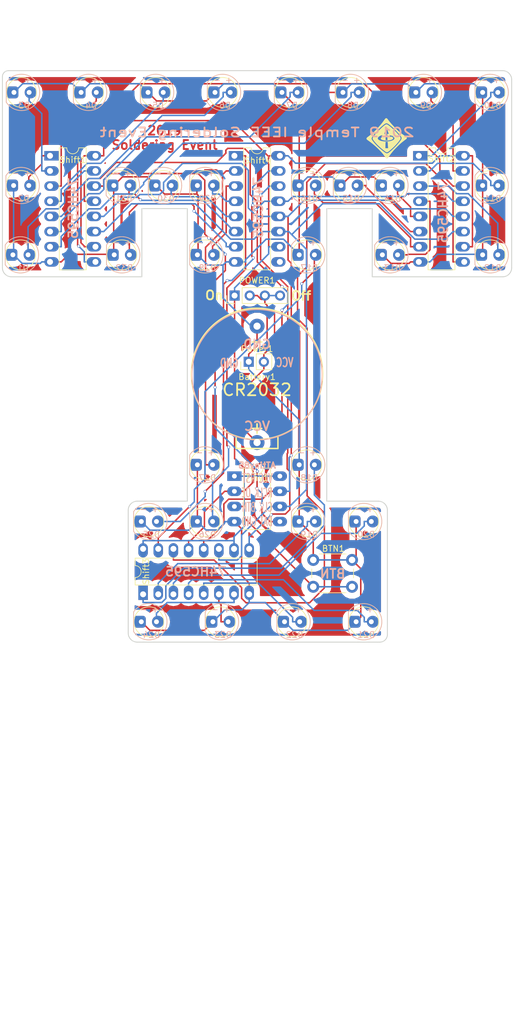
<source format=kicad_pcb>
(kicad_pcb (version 20171130) (host pcbnew "(5.0.0)")
  (layers (0 F.Cu signal) (31 B.Cu signal) (34 B.Paste user) (35 F.Paste user) (36 B.SilkS user) (37 F.SilkS user) (38 B.Mask user) (39 F.Mask user) (44 Edge.Cuts user))
  (net 0 "")
  (net 1 "Net-(D1-Pad2)")
  (net 2 "Net-(D2-Pad2)")
  (net 3 "Net-(D3-Pad2)")
  (net 4 "Net-(D4-Pad2)")
  (net 5 "Net-(D5-Pad2)")
  (net 6 "Net-(D6-Pad2)")
  (net 7 "Net-(D7-Pad2)")
  (net 8 "Net-(D8-Pad2)")
  (net 9 "Net-(D9-Pad2)")
  (net 10 "Net-(D10-Pad2)")
  (net 11 "Net-(D11-Pad2)")
  (net 12 "Net-(D12-Pad2)")
  (net 13 "Net-(D13-Pad2)")
  (net 14 "Net-(D14-Pad2)")
  (net 15 "Net-(D15-Pad2)")
  (net 16 "Net-(D16-Pad2)")
  (net 17 "Net-(D17-Pad2)")
  (net 18 "Net-(D18-Pad2)")
  (net 19 "Net-(D19-Pad2)")
  (net 20 "Net-(D20-Pad2)")
  (net 21 "Net-(D21-Pad2)")
  (net 22 "Net-(D22-Pad2)")
  (net 23 "Net-(D23-Pad2)")
  (net 24 "Net-(D24-Pad2)")
  (net 25 "Net-(D25-Pad2)")
  (net 26 "Net-(D26-Pad2)")
  (net 27 "Net-(D27-Pad2)")
  (net 28 "Net-(D28-Pad2)")
  (net 29 "Net-(D29-Pad2)")
  (net 30 "Net-(D30-Pad2)")
  (net 31 "Net-(D31-Pad2)")
  (net 32 "Net-(D32-Pad2)")
  (net 33 Serial_Clock)
  (net 34 Reg_Clock)
  (net 35 Output_Enable)
  (net 36 "Net-(Shift2-Pad9)")
  (net 37 "Net-(Shift3-Pad9)")
  (net 38 "Net-(Battery1-Pad2)")
  (net 39 "Net-(BTN1-Pad2)")
  (net 40 GND)
  (net 41 Serial_Data)
  (net 42 Master_Reset)
  (net 43 Out1)
  (module TEST:LED_D5.0mm_BigPads (layer F.Cu) (at 178.26 85.217)
    (fp_text reference D17 (at 1.6764 2.1844) (layer B.SilkS) (effects (justify mirror)))
    (fp_text value LED)
    (fp_text user "+ -" (at 1.3208 -2.0828) (layer B.SilkS) (effects (justify mirror)))
    (pad 2 thru_hole oval (at 2.54 0) (size 2 2) (drill 0.82 (offset 0.25 0)) (layers *.Cu *.Mask) (net 17 "Net-(D17-Pad2)"))
    (pad 1 thru_hole roundrect (at 0 0) (size 2 2) (drill 0.82 (offset -0.25 0)) (layers *.Cu *.Mask) (net 40 GND))
  )
  (module Buttons_Switches_THT:SW_PUSH_6mm_h5mm (layer F.Cu) (at 180.615 136.34)
    (fp_text reference BTN1 (at 3.35788 -1.905) (layer F.SilkS))
    (fp_text value Conn_01x02)
    (pad 2 thru_hole circle (at 0 4.5 90) (size 2 2) (drill 1.1) (layers *.Cu *.Mask) (net 39 "Net-(BTN1-Pad2)"))
    (pad 1 thru_hole circle (at 0 0 90) (size 2 2) (drill 1.1) (layers *.Cu *.Mask) (net 40 GND))
    (pad 2 thru_hole circle (at 6.5 4.5 90) (size 2 2) (drill 1.1) (layers *.Cu *.Mask) (net 39 "Net-(BTN1-Pad2)"))
    (pad 1 thru_hole circle (at 6.5 0 90) (size 2 2) (drill 1.1) (layers *.Cu *.Mask) (net 40 GND))
  )
  (module "TEST:CR2032 Housing" (layer F.Cu) (at 171.196 105.169)
    (fp_text reference Battery1 (at 0 0.5) (layer F.SilkS))
    (fp_text value Conn_01x02)
    (fp_text user + (at 0 9) (layer F.SilkS) (effects (font (size 2 2) (thickness 0.3))))
    (fp_text user - (at 0 -5.5) (layer F.SilkS) (effects (font (size 2 2) (thickness 0.3))))
    (fp_text user CR2032 (at 0 2.667) (layer F.SilkS) (effects (font (size 2 2) (thickness 0.3))))
    (pad 2 thru_hole circle (at 0 11.5) (size 2.5 2.5) (drill 1.2) (layers *.Cu *.Mask) (net 38 "Net-(Battery1-Pad2)"))
    (pad 1 thru_hole circle (at 0 -8) (size 2.5 2.5) (drill 1.2) (layers *.Cu *.Mask) (net 40 GND))
  )
  (module Pin_Headers:Pin_Header_Straight_1x02_Pitch2.54mm (layer F.Cu) (at 169.799 103.137 90)
    (fp_text reference Power1 (at 2.159 1.397 180) (layer F.SilkS))
    (fp_text value Conn_01x02)
    (pad 1 thru_hole rect (at 0 0 90) (size 1.7 1.7) (drill 1) (layers *.Cu *.Mask) (net 40 GND))
    (pad 2 thru_hole oval (at 0 2.54 90) (size 1.7 1.7) (drill 1) (layers *.Cu *.Mask) (net 38 "Net-(Battery1-Pad2)"))
  )
  (module TEST:LED_D5.0mm_BigPads (layer F.Cu) (at 130.283 85.217)
    (fp_text reference D1 (at 1.6764 2.1844) (layer B.SilkS) (effects (justify mirror)))
    (fp_text value LED)
    (fp_text user "+ -" (at 1.3208 -2.0828) (layer B.SilkS) (effects (justify mirror)))
    (pad 2 thru_hole oval (at 2.54 0) (size 2 2) (drill 0.82 (offset 0.25 0)) (layers *.Cu *.Mask) (net 1 "Net-(D1-Pad2)"))
    (pad 1 thru_hole roundrect (at 0 0) (size 2 2) (drill 0.82 (offset -0.25 0)) (layers *.Cu *.Mask) (net 40 GND))
  )
  (module TEST:LED_D5.0mm_BigPads (layer F.Cu) (at 130.4 73.6)
    (fp_text reference D2 (at 1.6764 2.1844) (layer B.SilkS) (effects (justify mirror)))
    (fp_text value LED)
    (fp_text user "+ -" (at 1.3208 -2.0828) (layer B.SilkS) (effects (justify mirror)))
    (pad 2 thru_hole oval (at 2.54 0) (size 2 2) (drill 0.82 (offset 0.25 0)) (layers *.Cu *.Mask) (net 2 "Net-(D2-Pad2)"))
    (pad 1 thru_hole roundrect (at 0 0) (size 2 2) (drill 0.82 (offset -0.25 0)) (layers *.Cu *.Mask) (net 40 GND))
  )
  (module TEST:LED_D5.0mm_BigPads (layer F.Cu) (at 130.46 58)
    (fp_text reference D3 (at 1.6764 2.1844) (layer B.SilkS) (effects (justify mirror)))
    (fp_text value LED)
    (fp_text user "+ -" (at 1.3208 -2.0828) (layer B.SilkS) (effects (justify mirror)))
    (pad 2 thru_hole oval (at 2.54 0) (size 2 2) (drill 0.82 (offset 0.25 0)) (layers *.Cu *.Mask) (net 3 "Net-(D3-Pad2)"))
    (pad 1 thru_hole roundrect (at 0 0) (size 2 2) (drill 0.82 (offset -0.25 0)) (layers *.Cu *.Mask) (net 40 GND))
  )
  (module TEST:LED_D5.0mm_BigPads (layer F.Cu) (at 141.71 58)
    (fp_text reference D4 (at 1.6764 2.1844) (layer B.SilkS) (effects (justify mirror)))
    (fp_text value LED)
    (fp_text user "+ -" (at 1.3208 -2.0828) (layer B.SilkS) (effects (justify mirror)))
    (pad 2 thru_hole oval (at 2.54 0) (size 2 2) (drill 0.82 (offset 0.25 0)) (layers *.Cu *.Mask) (net 4 "Net-(D4-Pad2)"))
    (pad 1 thru_hole roundrect (at 0 0) (size 2 2) (drill 0.82 (offset -0.25 0)) (layers *.Cu *.Mask) (net 40 GND))
  )
  (module TEST:LED_D5.0mm_BigPads (layer F.Cu) (at 152.93 58)
    (fp_text reference D5 (at 1.6764 2.1844) (layer B.SilkS) (effects (justify mirror)))
    (fp_text value LED)
    (fp_text user "+ -" (at 1.3208 -2.0828) (layer B.SilkS) (effects (justify mirror)))
    (pad 2 thru_hole oval (at 2.54 0) (size 2 2) (drill 0.82 (offset 0.25 0)) (layers *.Cu *.Mask) (net 5 "Net-(D5-Pad2)"))
    (pad 1 thru_hole roundrect (at 0 0) (size 2 2) (drill 0.82 (offset -0.25 0)) (layers *.Cu *.Mask) (net 40 GND))
  )
  (module TEST:LED_D5.0mm_BigPads (layer F.Cu) (at 164.15 58)
    (fp_text reference D6 (at 1.6764 2.1844) (layer B.SilkS) (effects (justify mirror)))
    (fp_text value LED)
    (fp_text user "+ -" (at 1.3208 -2.0828) (layer B.SilkS) (effects (justify mirror)))
    (pad 2 thru_hole oval (at 2.54 0) (size 2 2) (drill 0.82 (offset 0.25 0)) (layers *.Cu *.Mask) (net 6 "Net-(D6-Pad2)"))
    (pad 1 thru_hole roundrect (at 0 0) (size 2 2) (drill 0.82 (offset -0.25 0)) (layers *.Cu *.Mask) (net 40 GND))
  )
  (module TEST:LED_D5.0mm_BigPads (layer F.Cu) (at 175.37 58)
    (fp_text reference D7 (at 1.6764 2.1844) (layer B.SilkS) (effects (justify mirror)))
    (fp_text value LED)
    (fp_text user "+ -" (at 1.3208 -2.0828) (layer B.SilkS) (effects (justify mirror)))
    (pad 2 thru_hole oval (at 2.54 0) (size 2 2) (drill 0.82 (offset 0.25 0)) (layers *.Cu *.Mask) (net 7 "Net-(D7-Pad2)"))
    (pad 1 thru_hole roundrect (at 0 0) (size 2 2) (drill 0.82 (offset -0.25 0)) (layers *.Cu *.Mask) (net 40 GND))
  )
  (module TEST:LED_D5.0mm_BigPads (layer F.Cu) (at 185.59 58)
    (fp_text reference D8 (at 1.6764 2.1844) (layer B.SilkS) (effects (justify mirror)))
    (fp_text value LED)
    (fp_text user "+ -" (at 1.3208 -2.0828) (layer B.SilkS) (effects (justify mirror)))
    (pad 2 thru_hole oval (at 2.54 0) (size 2 2) (drill 0.82 (offset 0.25 0)) (layers *.Cu *.Mask) (net 8 "Net-(D8-Pad2)"))
    (pad 1 thru_hole roundrect (at 0 0) (size 2 2) (drill 0.82 (offset -0.25 0)) (layers *.Cu *.Mask) (net 40 GND))
  )
  (module TEST:LED_D5.0mm_BigPads (layer F.Cu) (at 197.81 58)
    (fp_text reference D9 (at 1.6764 2.1844) (layer B.SilkS) (effects (justify mirror)))
    (fp_text value LED)
    (fp_text user "+ -" (at 1.3208 -2.0828) (layer B.SilkS) (effects (justify mirror)))
    (pad 2 thru_hole oval (at 2.54 0) (size 2 2) (drill 0.82 (offset 0.25 0)) (layers *.Cu *.Mask) (net 9 "Net-(D9-Pad2)"))
    (pad 1 thru_hole roundrect (at 0 0) (size 2 2) (drill 0.82 (offset -0.25 0)) (layers *.Cu *.Mask) (net 40 GND))
  )
  (module TEST:LED_D5.0mm_BigPads (layer F.Cu) (at 209 58)
    (fp_text reference D10 (at 1.6764 2.1844) (layer B.SilkS) (effects (justify mirror)))
    (fp_text value LED)
    (fp_text user "+ -" (at 1.3208 -2.0828) (layer B.SilkS) (effects (justify mirror)))
    (pad 2 thru_hole oval (at 2.54 0) (size 2 2) (drill 0.82 (offset 0.25 0)) (layers *.Cu *.Mask) (net 10 "Net-(D10-Pad2)"))
    (pad 1 thru_hole roundrect (at 0 0) (size 2 2) (drill 0.82 (offset -0.25 0)) (layers *.Cu *.Mask) (net 40 GND))
  )
  (module TEST:LED_D5.0mm_BigPads (layer F.Cu) (at 209 73.6)
    (fp_text reference D11 (at 1.6764 2.1844) (layer B.SilkS) (effects (justify mirror)))
    (fp_text value LED)
    (fp_text user "+ -" (at 1.3208 -2.0828) (layer B.SilkS) (effects (justify mirror)))
    (pad 2 thru_hole oval (at 2.54 0) (size 2 2) (drill 0.82 (offset 0.25 0)) (layers *.Cu *.Mask) (net 11 "Net-(D11-Pad2)"))
    (pad 1 thru_hole roundrect (at 0 0) (size 2 2) (drill 0.82 (offset -0.25 0)) (layers *.Cu *.Mask) (net 40 GND))
  )
  (module TEST:LED_D5.0mm_BigPads (layer F.Cu) (at 209 85.217)
    (fp_text reference D12 (at 1.6764 2.1844) (layer B.SilkS) (effects (justify mirror)))
    (fp_text value LED)
    (fp_text user "+ -" (at 1.3208 -2.0828) (layer B.SilkS) (effects (justify mirror)))
    (pad 2 thru_hole oval (at 2.54 0) (size 2 2) (drill 0.82 (offset 0.25 0)) (layers *.Cu *.Mask) (net 12 "Net-(D12-Pad2)"))
    (pad 1 thru_hole roundrect (at 0 0) (size 2 2) (drill 0.82 (offset -0.25 0)) (layers *.Cu *.Mask) (net 40 GND))
  )
  (module TEST:LED_D5.0mm_BigPads (layer F.Cu) (at 192.2 85.217)
    (fp_text reference D13 (at 1.6764 2.1844) (layer B.SilkS) (effects (justify mirror)))
    (fp_text value LED)
    (fp_text user "+ -" (at 1.3208 -2.0828) (layer B.SilkS) (effects (justify mirror)))
    (pad 2 thru_hole oval (at 2.54 0) (size 2 2) (drill 0.82 (offset 0.25 0)) (layers *.Cu *.Mask) (net 13 "Net-(D13-Pad2)"))
    (pad 1 thru_hole roundrect (at 0 0) (size 2 2) (drill 0.82 (offset -0.25 0)) (layers *.Cu *.Mask) (net 40 GND))
  )
  (module TEST:LED_D5.0mm_BigPads (layer F.Cu) (at 192.2 73.6)
    (fp_text reference D14 (at 1.6764 2.1844) (layer B.SilkS) (effects (justify mirror)))
    (fp_text value LED)
    (fp_text user "+ -" (at 1.3208 -2.0828) (layer B.SilkS) (effects (justify mirror)))
    (pad 2 thru_hole oval (at 2.54 0) (size 2 2) (drill 0.82 (offset 0.25 0)) (layers *.Cu *.Mask) (net 14 "Net-(D14-Pad2)"))
    (pad 1 thru_hole roundrect (at 0 0) (size 2 2) (drill 0.82 (offset -0.25 0)) (layers *.Cu *.Mask) (net 40 GND))
  )
  (module TEST:LED_D5.0mm_BigPads (layer F.Cu) (at 185.26 73.6)
    (fp_text reference D15 (at 1.6764 2.1844) (layer B.SilkS) (effects (justify mirror)))
    (fp_text value LED)
    (fp_text user "+ -" (at 1.3208 -2.0828) (layer B.SilkS) (effects (justify mirror)))
    (pad 2 thru_hole oval (at 2.54 0) (size 2 2) (drill 0.82 (offset 0.25 0)) (layers *.Cu *.Mask) (net 15 "Net-(D15-Pad2)"))
    (pad 1 thru_hole roundrect (at 0 0) (size 2 2) (drill 0.82 (offset -0.25 0)) (layers *.Cu *.Mask) (net 40 GND))
  )
  (module TEST:LED_D5.0mm_BigPads (layer F.Cu) (at 178.26 73.6)
    (fp_text reference D16 (at 1.6764 2.1844) (layer B.SilkS) (effects (justify mirror)))
    (fp_text value LED)
    (fp_text user "+ -" (at 1.3208 -2.0828) (layer B.SilkS) (effects (justify mirror)))
    (pad 2 thru_hole oval (at 2.54 0) (size 2 2) (drill 0.82 (offset 0.25 0)) (layers *.Cu *.Mask) (net 16 "Net-(D16-Pad2)"))
    (pad 1 thru_hole roundrect (at 0 0) (size 2 2) (drill 0.82 (offset -0.25 0)) (layers *.Cu *.Mask) (net 40 GND))
  )
  (module TEST:LED_D5.0mm_BigPads (layer F.Cu) (at 178.26 120.4)
    (fp_text reference D18 (at 1.6764 2.1844) (layer B.SilkS) (effects (justify mirror)))
    (fp_text value LED)
    (fp_text user "+ -" (at 1.3208 -2.0828) (layer B.SilkS) (effects (justify mirror)))
    (pad 2 thru_hole oval (at 2.54 0) (size 2 2) (drill 0.82 (offset 0.25 0)) (layers *.Cu *.Mask) (net 18 "Net-(D18-Pad2)"))
    (pad 1 thru_hole roundrect (at 0 0) (size 2 2) (drill 0.82 (offset -0.25 0)) (layers *.Cu *.Mask) (net 40 GND))
  )
  (module TEST:LED_D5.0mm_BigPads (layer F.Cu) (at 178.26 129.9)
    (fp_text reference D19 (at 1.6764 2.1844) (layer B.SilkS) (effects (justify mirror)))
    (fp_text value LED)
    (fp_text user "+ -" (at 1.3208 -2.0828) (layer B.SilkS) (effects (justify mirror)))
    (pad 2 thru_hole oval (at 2.54 0) (size 2 2) (drill 0.82 (offset 0.25 0)) (layers *.Cu *.Mask) (net 19 "Net-(D19-Pad2)"))
    (pad 1 thru_hole roundrect (at 0 0) (size 2 2) (drill 0.82 (offset -0.25 0)) (layers *.Cu *.Mask) (net 40 GND))
  )
  (module TEST:LED_D5.0mm_BigPads (layer F.Cu) (at 187.8 129.9)
    (fp_text reference D20 (at 1.6764 2.1844) (layer B.SilkS) (effects (justify mirror)))
    (fp_text value LED)
    (fp_text user "+ -" (at 1.3208 -2.0828) (layer B.SilkS) (effects (justify mirror)))
    (pad 2 thru_hole oval (at 2.54 0) (size 2 2) (drill 0.82 (offset 0.25 0)) (layers *.Cu *.Mask) (net 20 "Net-(D20-Pad2)"))
    (pad 1 thru_hole roundrect (at 0 0) (size 2 2) (drill 0.82 (offset -0.25 0)) (layers *.Cu *.Mask) (net 40 GND))
  )
  (module TEST:LED_D5.0mm_BigPads (layer F.Cu) (at 187.8 146.7)
    (fp_text reference D21 (at 1.6764 2.1844) (layer B.SilkS) (effects (justify mirror)))
    (fp_text value LED)
    (fp_text user "+ -" (at 1.3208 -2.0828) (layer B.SilkS) (effects (justify mirror)))
    (pad 2 thru_hole oval (at 2.54 0) (size 2 2) (drill 0.82 (offset 0.25 0)) (layers *.Cu *.Mask) (net 21 "Net-(D21-Pad2)"))
    (pad 1 thru_hole roundrect (at 0 0) (size 2 2) (drill 0.82 (offset -0.25 0)) (layers *.Cu *.Mask) (net 40 GND))
  )
  (module TEST:LED_D5.0mm_BigPads (layer F.Cu) (at 175.8 146.7)
    (fp_text reference D22 (at 1.6764 2.1844) (layer B.SilkS) (effects (justify mirror)))
    (fp_text value LED)
    (fp_text user "+ -" (at 1.3208 -2.0828) (layer B.SilkS) (effects (justify mirror)))
    (pad 2 thru_hole oval (at 2.54 0) (size 2 2) (drill 0.82 (offset 0.25 0)) (layers *.Cu *.Mask) (net 22 "Net-(D22-Pad2)"))
    (pad 1 thru_hole roundrect (at 0 0) (size 2 2) (drill 0.82 (offset -0.25 0)) (layers *.Cu *.Mask) (net 40 GND))
  )
  (module TEST:LED_D5.0mm_BigPads (layer F.Cu) (at 163.8 146.7)
    (fp_text reference D23 (at 1.6764 2.1844) (layer B.SilkS) (effects (justify mirror)))
    (fp_text value LED)
    (fp_text user "+ -" (at 1.3208 -2.0828) (layer B.SilkS) (effects (justify mirror)))
    (pad 2 thru_hole oval (at 2.54 0) (size 2 2) (drill 0.82 (offset 0.25 0)) (layers *.Cu *.Mask) (net 23 "Net-(D23-Pad2)"))
    (pad 1 thru_hole roundrect (at 0 0) (size 2 2) (drill 0.82 (offset -0.25 0)) (layers *.Cu *.Mask) (net 40 GND))
  )
  (module TEST:LED_D5.0mm_BigPads (layer F.Cu) (at 151.8 146.7)
    (fp_text reference D24 (at 1.6764 2.1844) (layer B.SilkS) (effects (justify mirror)))
    (fp_text value LED)
    (fp_text user "+ -" (at 1.3208 -2.0828) (layer B.SilkS) (effects (justify mirror)))
    (pad 2 thru_hole oval (at 2.54 0) (size 2 2) (drill 0.82 (offset 0.25 0)) (layers *.Cu *.Mask) (net 24 "Net-(D24-Pad2)"))
    (pad 1 thru_hole roundrect (at 0 0) (size 2 2) (drill 0.82 (offset -0.25 0)) (layers *.Cu *.Mask) (net 40 GND))
  )
  (module TEST:LED_D5.0mm_BigPads (layer F.Cu) (at 151.8 129.9)
    (fp_text reference D25 (at 1.6764 2.1844) (layer B.SilkS) (effects (justify mirror)))
    (fp_text value LED)
    (fp_text user "+ -" (at 1.3208 -2.0828) (layer B.SilkS) (effects (justify mirror)))
    (pad 2 thru_hole oval (at 2.54 0) (size 2 2) (drill 0.82 (offset 0.25 0)) (layers *.Cu *.Mask) (net 25 "Net-(D25-Pad2)"))
    (pad 1 thru_hole roundrect (at 0 0) (size 2 2) (drill 0.82 (offset -0.25 0)) (layers *.Cu *.Mask) (net 40 GND))
  )
  (module TEST:LED_D5.0mm_BigPads (layer F.Cu) (at 161.2 129.9)
    (fp_text reference D26 (at 1.6764 2.1844) (layer B.SilkS) (effects (justify mirror)))
    (fp_text value LED)
    (fp_text user "+ -" (at 1.3208 -2.0828) (layer B.SilkS) (effects (justify mirror)))
    (pad 2 thru_hole oval (at 2.54 0) (size 2 2) (drill 0.82 (offset 0.25 0)) (layers *.Cu *.Mask) (net 26 "Net-(D26-Pad2)"))
    (pad 1 thru_hole roundrect (at 0 0) (size 2 2) (drill 0.82 (offset -0.25 0)) (layers *.Cu *.Mask) (net 40 GND))
  )
  (module TEST:LED_D5.0mm_BigPads (layer F.Cu) (at 161.2 120.4)
    (fp_text reference D27 (at 1.6764 2.1844) (layer B.SilkS) (effects (justify mirror)))
    (fp_text value LED)
    (fp_text user "+ -" (at 1.3208 -2.0828) (layer B.SilkS) (effects (justify mirror)))
    (pad 2 thru_hole oval (at 2.54 0) (size 2 2) (drill 0.82 (offset 0.25 0)) (layers *.Cu *.Mask) (net 27 "Net-(D27-Pad2)"))
    (pad 1 thru_hole roundrect (at 0 0) (size 2 2) (drill 0.82 (offset -0.25 0)) (layers *.Cu *.Mask) (net 40 GND))
  )
  (module TEST:LED_D5.0mm_BigPads (layer F.Cu) (at 161.2 85.217)
    (fp_text reference D28 (at 1.6764 2.1844) (layer B.SilkS) (effects (justify mirror)))
    (fp_text value LED)
    (fp_text user "+ -" (at 1.3208 -2.0828) (layer B.SilkS) (effects (justify mirror)))
    (pad 2 thru_hole oval (at 2.54 0) (size 2 2) (drill 0.82 (offset 0.25 0)) (layers *.Cu *.Mask) (net 28 "Net-(D28-Pad2)"))
    (pad 1 thru_hole roundrect (at 0 0) (size 2 2) (drill 0.82 (offset -0.25 0)) (layers *.Cu *.Mask) (net 40 GND))
  )
  (module TEST:LED_D5.0mm_BigPads (layer F.Cu) (at 161.2 73.6)
    (fp_text reference D29 (at 1.6764 2.1844) (layer B.SilkS) (effects (justify mirror)))
    (fp_text value LED)
    (fp_text user "+ -" (at 1.3208 -2.0828) (layer B.SilkS) (effects (justify mirror)))
    (pad 2 thru_hole oval (at 2.54 0) (size 2 2) (drill 0.82 (offset 0.25 0)) (layers *.Cu *.Mask) (net 29 "Net-(D29-Pad2)"))
    (pad 1 thru_hole roundrect (at 0 0) (size 2 2) (drill 0.82 (offset -0.25 0)) (layers *.Cu *.Mask) (net 40 GND))
  )
  (module TEST:LED_D5.0mm_BigPads (layer F.Cu) (at 154.26 73.6)
    (fp_text reference D30 (at 1.6764 2.1844) (layer B.SilkS) (effects (justify mirror)))
    (fp_text value LED)
    (fp_text user "+ -" (at 1.3208 -2.0828) (layer B.SilkS) (effects (justify mirror)))
    (pad 2 thru_hole oval (at 2.54 0) (size 2 2) (drill 0.82 (offset 0.25 0)) (layers *.Cu *.Mask) (net 30 "Net-(D30-Pad2)"))
    (pad 1 thru_hole roundrect (at 0 0) (size 2 2) (drill 0.82 (offset -0.25 0)) (layers *.Cu *.Mask) (net 40 GND))
  )
  (module TEST:LED_D5.0mm_BigPads (layer F.Cu) (at 147.2 73.6)
    (fp_text reference D31 (at 1.6764 2.1844) (layer B.SilkS) (effects (justify mirror)))
    (fp_text value LED)
    (fp_text user "+ -" (at 1.3208 -2.0828) (layer B.SilkS) (effects (justify mirror)))
    (pad 2 thru_hole oval (at 2.54 0) (size 2 2) (drill 0.82 (offset 0.25 0)) (layers *.Cu *.Mask) (net 31 "Net-(D31-Pad2)"))
    (pad 1 thru_hole roundrect (at 0 0) (size 2 2) (drill 0.82 (offset -0.25 0)) (layers *.Cu *.Mask) (net 40 GND))
  )
  (module TEST:LED_D5.0mm_BigPads (layer F.Cu) (at 147.26 85.217)
    (fp_text reference D32 (at 1.6764 2.1844) (layer B.SilkS) (effects (justify mirror)))
    (fp_text value LED)
    (fp_text user "+ -" (at 1.3208 -2.0828) (layer B.SilkS) (effects (justify mirror)))
    (pad 2 thru_hole oval (at 2.54 0) (size 2 2) (drill 0.82 (offset 0.25 0)) (layers *.Cu *.Mask) (net 32 "Net-(D32-Pad2)"))
    (pad 1 thru_hole roundrect (at 0 0) (size 2 2) (drill 0.82 (offset -0.25 0)) (layers *.Cu *.Mask) (net 40 GND))
  )
  (module Pin_Headers:Pin_Header_Straight_1x04_Pitch2.54mm (layer F.Cu) (at 167.43 92.04 90)
    (fp_text reference POWER1 (at 2.54 3.77 180) (layer F.SilkS))
    (fp_text value CONN_01X04)
    (pad 1 thru_hole rect (at 0 0 90) (size 1.7 1.7) (drill 1) (layers *.Cu *.Mask) (net 42 Master_Reset))
    (pad 2 thru_hole oval (at 0 2.54 90) (size 1.7 1.7) (drill 1) (layers *.Cu *.Mask) (net 38 "Net-(Battery1-Pad2)"))
    (pad 3 thru_hole oval (at 0 5.08 90) (size 1.7 1.7) (drill 1) (layers *.Cu *.Mask) (net 38 "Net-(Battery1-Pad2)"))
    (pad 4 thru_hole oval (at 0 7.62 90) (size 1.7 1.7) (drill 1) (layers *.Cu *.Mask) (net 38 "Net-(Battery1-Pad2)"))
  )
  (module TEST:DIP16-EzSolder (layer F.Cu) (at 136.5 68.62)
    (fp_text reference Shift1 (at 3.81 0.68) (layer F.SilkS))
    (fp_text value 74HC595)
    (pad 16 thru_hole oval (at 7.62 0) (size 2.4 1.6) (drill 1 (offset -0.25 0)) (layers *.Cu *.Mask) (net 42 Master_Reset))
    (pad 8 thru_hole oval (at 0 17.78) (size 2.4 1.6) (drill 1 (offset 0.25 0)) (layers *.Cu *.Mask) (net 40 GND))
    (pad 15 thru_hole oval (at 7.62 2.54) (size 2.4 1.6) (drill 1 (offset -0.25 0)) (layers *.Cu *.Mask) (net 1 "Net-(D1-Pad2)"))
    (pad 7 thru_hole oval (at 0 15.24) (size 2.4 1.6) (drill 1 (offset 0.25 0)) (layers *.Cu *.Mask) (net 8 "Net-(D8-Pad2)"))
    (pad 14 thru_hole oval (at 7.62 5.08) (size 2.4 1.6) (drill 1 (offset -0.25 0)) (layers *.Cu *.Mask) (net 41 Serial_Data))
    (pad 6 thru_hole oval (at 0 12.7) (size 2.4 1.6) (drill 1 (offset 0.25 0)) (layers *.Cu *.Mask) (net 7 "Net-(D7-Pad2)"))
    (pad 13 thru_hole oval (at 7.62 7.62) (size 2.4 1.6) (drill 1 (offset -0.25 0)) (layers *.Cu *.Mask) (net 35 Output_Enable))
    (pad 5 thru_hole oval (at 0 10.16) (size 2.4 1.6) (drill 1 (offset 0.25 0)) (layers *.Cu *.Mask) (net 6 "Net-(D6-Pad2)"))
    (pad 12 thru_hole oval (at 7.62 10.16) (size 2.4 1.6) (drill 1 (offset -0.25 0)) (layers *.Cu *.Mask) (net 34 Reg_Clock))
    (pad 4 thru_hole oval (at 0 7.62) (size 2.4 1.6) (drill 1 (offset 0.25 0)) (layers *.Cu *.Mask) (net 5 "Net-(D5-Pad2)"))
    (pad 11 thru_hole oval (at 7.62 12.7) (size 2.4 1.6) (drill 1 (offset -0.25 0)) (layers *.Cu *.Mask) (net 33 Serial_Clock))
    (pad 3 thru_hole oval (at 0 5.08) (size 2.4 1.6) (drill 1 (offset 0.25 0)) (layers *.Cu *.Mask) (net 4 "Net-(D4-Pad2)"))
    (pad 10 thru_hole oval (at 7.62 15.24) (size 2.4 1.6) (drill 1 (offset -0.25 0)) (layers *.Cu *.Mask) (net 42 Master_Reset))
    (pad 2 thru_hole oval (at 0 2.54) (size 2.4 1.6) (drill 1 (offset 0.25 0)) (layers *.Cu *.Mask) (net 3 "Net-(D3-Pad2)"))
    (pad 9 thru_hole oval (at 7.62 17.78) (size 2.4 1.6) (drill 1 (offset -0.25 0)) (layers *.Cu *.Mask) (net 43 Out1))
    (pad 1 thru_hole rect (at 0 0) (size 2.4 1.6) (drill 1 (offset 0.25 0)) (layers *.Cu *.Mask) (net 2 "Net-(D2-Pad2)"))
  )
  (module TEST:DIP16-EzSolder (layer F.Cu) (at 198.3 68.62)
    (fp_text reference Shift2 (at 3.8 0.48) (layer F.SilkS))
    (fp_text value 74HC595)
    (pad 16 thru_hole oval (at 7.62 0) (size 2.4 1.6) (drill 1 (offset -0.25 0)) (layers *.Cu *.Mask) (net 42 Master_Reset))
    (pad 8 thru_hole oval (at 0 17.78) (size 2.4 1.6) (drill 1 (offset 0.25 0)) (layers *.Cu *.Mask) (net 40 GND))
    (pad 15 thru_hole oval (at 7.62 2.54) (size 2.4 1.6) (drill 1 (offset -0.25 0)) (layers *.Cu *.Mask) (net 9 "Net-(D9-Pad2)"))
    (pad 7 thru_hole oval (at 0 15.24) (size 2.4 1.6) (drill 1 (offset 0.25 0)) (layers *.Cu *.Mask) (net 16 "Net-(D16-Pad2)"))
    (pad 14 thru_hole oval (at 7.62 5.08) (size 2.4 1.6) (drill 1 (offset -0.25 0)) (layers *.Cu *.Mask) (net 43 Out1))
    (pad 6 thru_hole oval (at 0 12.7) (size 2.4 1.6) (drill 1 (offset 0.25 0)) (layers *.Cu *.Mask) (net 15 "Net-(D15-Pad2)"))
    (pad 13 thru_hole oval (at 7.62 7.62) (size 2.4 1.6) (drill 1 (offset -0.25 0)) (layers *.Cu *.Mask) (net 35 Output_Enable))
    (pad 5 thru_hole oval (at 0 10.16) (size 2.4 1.6) (drill 1 (offset 0.25 0)) (layers *.Cu *.Mask) (net 14 "Net-(D14-Pad2)"))
    (pad 12 thru_hole oval (at 7.62 10.16) (size 2.4 1.6) (drill 1 (offset -0.25 0)) (layers *.Cu *.Mask) (net 34 Reg_Clock))
    (pad 4 thru_hole oval (at 0 7.62) (size 2.4 1.6) (drill 1 (offset 0.25 0)) (layers *.Cu *.Mask) (net 13 "Net-(D13-Pad2)"))
    (pad 11 thru_hole oval (at 7.62 12.7) (size 2.4 1.6) (drill 1 (offset -0.25 0)) (layers *.Cu *.Mask) (net 33 Serial_Clock))
    (pad 3 thru_hole oval (at 0 5.08) (size 2.4 1.6) (drill 1 (offset 0.25 0)) (layers *.Cu *.Mask) (net 12 "Net-(D12-Pad2)"))
    (pad 10 thru_hole oval (at 7.62 15.24) (size 2.4 1.6) (drill 1 (offset -0.25 0)) (layers *.Cu *.Mask) (net 42 Master_Reset))
    (pad 2 thru_hole oval (at 0 2.54) (size 2.4 1.6) (drill 1 (offset 0.25 0)) (layers *.Cu *.Mask) (net 11 "Net-(D11-Pad2)"))
    (pad 9 thru_hole oval (at 7.62 17.78) (size 2.4 1.6) (drill 1 (offset -0.25 0)) (layers *.Cu *.Mask) (net 36 "Net-(Shift2-Pad9)"))
    (pad 1 thru_hole rect (at 0 0) (size 2.4 1.6) (drill 1 (offset 0.25 0)) (layers *.Cu *.Mask) (net 10 "Net-(D10-Pad2)"))
  )
  (module TEST:DIP16-EzSolder (layer F.Cu) (at 167.4 68.62)
    (fp_text reference Shift4 (at 3.9 0.78) (layer F.SilkS))
    (fp_text value 74HC595)
    (pad 16 thru_hole oval (at 7.62 0) (size 2.4 1.6) (drill 1 (offset -0.25 0)) (layers *.Cu *.Mask) (net 42 Master_Reset))
    (pad 8 thru_hole oval (at 0 17.78) (size 2.4 1.6) (drill 1 (offset 0.25 0)) (layers *.Cu *.Mask) (net 40 GND))
    (pad 15 thru_hole oval (at 7.62 2.54) (size 2.4 1.6) (drill 1 (offset -0.25 0)) (layers *.Cu *.Mask) (net 25 "Net-(D25-Pad2)"))
    (pad 7 thru_hole oval (at 0 15.24) (size 2.4 1.6) (drill 1 (offset 0.25 0)) (layers *.Cu *.Mask) (net 32 "Net-(D32-Pad2)"))
    (pad 14 thru_hole oval (at 7.62 5.08) (size 2.4 1.6) (drill 1 (offset -0.25 0)) (layers *.Cu *.Mask) (net 37 "Net-(Shift3-Pad9)"))
    (pad 6 thru_hole oval (at 0 12.7) (size 2.4 1.6) (drill 1 (offset 0.25 0)) (layers *.Cu *.Mask) (net 31 "Net-(D31-Pad2)"))
    (pad 13 thru_hole oval (at 7.62 7.62) (size 2.4 1.6) (drill 1 (offset -0.25 0)) (layers *.Cu *.Mask) (net 35 Output_Enable))
    (pad 5 thru_hole oval (at 0 10.16) (size 2.4 1.6) (drill 1 (offset 0.25 0)) (layers *.Cu *.Mask) (net 30 "Net-(D30-Pad2)"))
    (pad 12 thru_hole oval (at 7.62 10.16) (size 2.4 1.6) (drill 1 (offset -0.25 0)) (layers *.Cu *.Mask) (net 34 Reg_Clock))
    (pad 4 thru_hole oval (at 0 7.62) (size 2.4 1.6) (drill 1 (offset 0.25 0)) (layers *.Cu *.Mask) (net 29 "Net-(D29-Pad2)"))
    (pad 11 thru_hole oval (at 7.62 12.7) (size 2.4 1.6) (drill 1 (offset -0.25 0)) (layers *.Cu *.Mask) (net 33 Serial_Clock))
    (pad 3 thru_hole oval (at 0 5.08) (size 2.4 1.6) (drill 1 (offset 0.25 0)) (layers *.Cu *.Mask) (net 28 "Net-(D28-Pad2)"))
    (pad 10 thru_hole oval (at 7.62 15.24) (size 2.4 1.6) (drill 1 (offset -0.25 0)) (layers *.Cu *.Mask) (net 42 Master_Reset))
    (pad 2 thru_hole oval (at 0 2.54) (size 2.4 1.6) (drill 1 (offset 0.25 0)) (layers *.Cu *.Mask) (net 27 "Net-(D27-Pad2)"))
    (pad 9 thru_hole oval (at 7.62 17.78) (size 2.4 1.6) (drill 1 (offset -0.25 0)) (layers *.Cu *.Mask))
    (pad 1 thru_hole rect (at 0 0) (size 2.4 1.6) (drill 1 (offset 0.25 0)) (layers *.Cu *.Mask) (net 26 "Net-(D26-Pad2)"))
  )
  (module Housings_DIP:DIP-8_W7.62mm_LongPads (layer F.Cu) (at 167.4 122.3)
    (fp_text reference Tiny1 (at 3.8 0.3) (layer F.SilkS))
    (fp_text value ATTINY85-20PU)
    (pad 1 thru_hole rect (at 0 0) (size 2.4 1.6) (drill 0.8) (layers *.Cu *.Mask) (net 42 Master_Reset))
    (pad 5 thru_hole oval (at 7.62 7.62) (size 2.4 1.6) (drill 0.8) (layers *.Cu *.Mask) (net 41 Serial_Data))
    (pad 2 thru_hole oval (at 0 2.54) (size 2.4 1.6) (drill 0.8) (layers *.Cu *.Mask) (net 35 Output_Enable))
    (pad 6 thru_hole oval (at 7.62 5.08) (size 2.4 1.6) (drill 0.8) (layers *.Cu *.Mask) (net 33 Serial_Clock))
    (pad 3 thru_hole oval (at 0 5.08) (size 2.4 1.6) (drill 0.8) (layers *.Cu *.Mask) (net 39 "Net-(BTN1-Pad2)"))
    (pad 7 thru_hole oval (at 7.62 2.54) (size 2.4 1.6) (drill 0.8) (layers *.Cu *.Mask) (net 34 Reg_Clock))
    (pad 4 thru_hole oval (at 0 7.62) (size 2.4 1.6) (drill 0.8) (layers *.Cu *.Mask) (net 40 GND))
    (pad 8 thru_hole oval (at 7.62 0) (size 2.4 1.6) (drill 0.8) (layers *.Cu *.Mask) (net 42 Master_Reset))
  )
  (module "TEST:IEEE LOGO 7mm SILK NEG" (layer F.Cu) (at 192.9 65.7)
    (fp_text reference G2 hide)
    (fp_text value LOGO1 hide)
  )
  (module "TEST:TEMPLE IEEE 7mm SOLDER NEG" (layer F.Cu) (at 185.3 65.6)
    (fp_text reference G1 hide)
    (fp_text value LOGO hide)
  )
  (module TEST:DIP16-EzSolder (layer F.Cu) (at 152.1 142.1 90)
    (fp_text reference Shift3 (at 3.81 0.5 90) (layer F.SilkS))
    (fp_text value 74HC595)
    (pad 1 thru_hole rect (at 0 0 90) (size 2.4 1.6) (drill 1 (offset 0.25 0)) (layers *.Cu *.Mask) (net 18 "Net-(D18-Pad2)"))
    (pad 9 thru_hole oval (at 7.62 17.78 90) (size 2.4 1.6) (drill 1 (offset -0.25 0)) (layers *.Cu *.Mask) (net 37 "Net-(Shift3-Pad9)"))
    (pad 2 thru_hole oval (at 0 2.54 90) (size 2.4 1.6) (drill 1 (offset 0.25 0)) (layers *.Cu *.Mask) (net 19 "Net-(D19-Pad2)"))
    (pad 10 thru_hole oval (at 7.62 15.24 90) (size 2.4 1.6) (drill 1 (offset -0.25 0)) (layers *.Cu *.Mask) (net 42 Master_Reset))
    (pad 3 thru_hole oval (at 0 5.08 90) (size 2.4 1.6) (drill 1 (offset 0.25 0)) (layers *.Cu *.Mask) (net 20 "Net-(D20-Pad2)"))
    (pad 11 thru_hole oval (at 7.62 12.7 90) (size 2.4 1.6) (drill 1 (offset -0.25 0)) (layers *.Cu *.Mask) (net 33 Serial_Clock))
    (pad 4 thru_hole oval (at 0 7.62 90) (size 2.4 1.6) (drill 1 (offset 0.25 0)) (layers *.Cu *.Mask) (net 21 "Net-(D21-Pad2)"))
    (pad 12 thru_hole oval (at 7.62 10.16 90) (size 2.4 1.6) (drill 1 (offset -0.25 0)) (layers *.Cu *.Mask) (net 34 Reg_Clock))
    (pad 5 thru_hole oval (at 0 10.16 90) (size 2.4 1.6) (drill 1 (offset 0.25 0)) (layers *.Cu *.Mask) (net 22 "Net-(D22-Pad2)"))
    (pad 13 thru_hole oval (at 7.62 7.62 90) (size 2.4 1.6) (drill 1 (offset -0.25 0)) (layers *.Cu *.Mask) (net 35 Output_Enable))
    (pad 6 thru_hole oval (at 0 12.7 90) (size 2.4 1.6) (drill 1 (offset 0.25 0)) (layers *.Cu *.Mask) (net 23 "Net-(D23-Pad2)"))
    (pad 14 thru_hole oval (at 7.62 5.08 90) (size 2.4 1.6) (drill 1 (offset -0.25 0)) (layers *.Cu *.Mask) (net 36 "Net-(Shift2-Pad9)"))
    (pad 7 thru_hole oval (at 0 15.24 90) (size 2.4 1.6) (drill 1 (offset 0.25 0)) (layers *.Cu *.Mask) (net 24 "Net-(D24-Pad2)"))
    (pad 15 thru_hole oval (at 7.62 2.54 90) (size 2.4 1.6) (drill 1 (offset -0.25 0)) (layers *.Cu *.Mask) (net 17 "Net-(D17-Pad2)"))
    (pad 8 thru_hole oval (at 0 17.78 90) (size 2.4 1.6) (drill 1 (offset 0.25 0)) (layers *.Cu *.Mask) (net 40 GND))
    (pad 16 thru_hole oval (at 7.62 0 90) (size 2.4 1.6) (drill 1 (offset -0.25 0)) (layers *.Cu *.Mask) (net 42 Master_Reset))
  )
  (gr_text "2019 Temple IEEE Soldering Event" (at 171.2 64.7) (layer B.SilkS) (effects (font (size 1.5 2) (thickness 0.3)) (justify mirror)))
  (gr_text ATtiny85 (at 171.2 120.5) (layer B.SilkS) (effects (font (size 1 1) (thickness 0.25)) (justify mirror)))
  (gr_text 74HC595 (at 160.92 138.3) (layer B.SilkS) (effects (font (size 1.5 1.5) (thickness 0.3)) (justify mirror)))
  (gr_text 74HC595 (at 202.4 78.1 90) (layer B.SilkS) (effects (font (size 1.5 1.5) (thickness 0.3)) (justify mirror)))
  (gr_text 74HC595 (at 171.4 77.3 90) (layer B.SilkS) (effects (font (size 1.5 1.5) (thickness 0.3)) (justify mirror)))
  (gr_text 74HC595 (at 140.4 77.4 90) (layer B.SilkS) (effects (font (size 1.5 1.5) (thickness 0.3)) (justify mirror)))
  (gr_text "2019\nSoldering Event" (at 155.7 65.6) (layer F.Cu) (effects (font (size 1.5 1.5) (thickness 0.3))))
  (gr_text VCC (at 174.244 103.264) (layer B.SilkS) (effects (font (size 1.5 1) (thickness 0.25)) (justify right mirror)))
  (gr_text On (at 164 92) (layer F.SilkS) (effects (font (size 1.5 1.5) (thickness 0.3))))
  (gr_text Off (at 178.6 92.1) (layer F.SilkS) (effects (font (size 1.5 1.5) (thickness 0.3))))
  (gr_text BTN (at 183.86632 138.67172) (layer B.SilkS) (effects (font (size 1.5 1.5) (thickness 0.3)) (justify mirror)))
  (gr_text "VCC RST\nRCLK OE\nCLK BTN\nDAT GND" (at 173.9 126.3) (layer B.SilkS) (effects (font (size 1.5 0.8) (thickness 0.175)) (justify left mirror)))
  (gr_text VCC (at 171.196 113.932) (layer B.SilkS) (effects (font (size 1.5 1.5) (thickness 0.3)) (justify mirror)))
  (gr_text GND (at 171.196 100.216) (layer B.SilkS) (effects (font (size 1.5 1.5) (thickness 0.3)) (justify mirror)))
  (gr_circle (center 171.196 105.296) (end 160.274 105.55) (layer B.SilkS) (width 0.2))
  (gr_text GND (at 164.846 103.391) (layer B.SilkS) (effects (font (size 1.5 1) (thickness 0.25)) (justify right mirror)))
  (gr_line (start 151.13 126.492) (end 159.512 126.492) (angle 90) (layer Edge.Cuts) (width 0.15))
  (gr_line (start 149.606 148.59) (end 149.606 128.016) (angle 90) (layer Edge.Cuts) (width 0.15))
  (gr_line (start 191.77 150.114) (end 151.13 150.114) (angle 90) (layer Edge.Cuts) (width 0.15))
  (gr_line (start 193.04 128.016) (end 193.04 148.844) (angle 90) (layer Edge.Cuts) (width 0.15))
  (gr_line (start 182.88 126.492) (end 191.516 126.492) (angle 90) (layer Edge.Cuts) (width 0.15))
  (gr_arc (start 151.13 128.016) (end 149.606 128.016) (angle 90) (layer Edge.Cuts) (width 0.15))
  (gr_arc (start 151.13 148.59) (end 151.13 150.114) (angle 90) (layer Edge.Cuts) (width 0.15))
  (gr_arc (start 191.77 148.844) (end 193.04 148.844) (angle 90) (layer Edge.Cuts) (width 0.15))
  (gr_arc (start 191.516 128.016) (end 191.516 126.492) (angle 90) (layer Edge.Cuts) (width 0.15))
  (gr_line (start 212.344 88.9) (end 190.5 88.9) (angle 90) (layer Edge.Cuts) (width 0.15))
  (gr_line (start 213.868 55.88) (end 213.868 87.376) (angle 90) (layer Edge.Cuts) (width 0.15))
  (gr_line (start 128.524 87.376) (end 128.524 55.372) (angle 90) (layer Edge.Cuts) (width 0.15))
  (gr_line (start 130.048 88.9) (end 151.892 88.9) (angle 90) (layer Edge.Cuts) (width 0.15))
  (gr_arc (start 212.344 87.376) (end 213.868 87.376) (angle 90) (layer Edge.Cuts) (width 0.15))
  (gr_arc (start 130.048 87.376) (end 130.048 88.9) (angle 90) (layer Edge.Cuts) (width 0.15))
  (gr_line (start 212.344 54.356) (end 129.54 54.356) (angle 90) (layer Edge.Cuts) (width 0.15))
  (gr_arc (start 212.344 55.88) (end 212.344 54.356) (angle 90) (layer Edge.Cuts) (width 0.15))
  (gr_arc (start 129.54 55.372) (end 128.524 55.372) (angle 90) (layer Edge.Cuts) (width 0.15))
  (gr_line (start 182.88 77.47) (end 182.88 126.492) (angle 90) (layer Edge.Cuts) (width 0.15))
  (gr_line (start 190.5 77.47) (end 182.88 77.47) (angle 90) (layer Edge.Cuts) (width 0.15))
  (gr_line (start 190.5 88.9) (end 190.5 77.47) (angle 90) (layer Edge.Cuts) (width 0.15))
  (gr_line (start 151.892 77.47) (end 151.892 88.9) (angle 90) (layer Edge.Cuts) (width 0.15))
  (gr_line (start 159.512 77.47) (end 151.892 77.47) (angle 90) (layer Edge.Cuts) (width 0.15))
  (gr_line (start 159.512 126.492) (end 159.512 77.47) (angle 90) (layer Edge.Cuts) (width 0.15))
  (segment (start 144.12 71.16) (end 142.2447 71.16) (width 0.25) (layer B.Cu) (net 1))
  (segment (start 142.2447 71.16) (end 138.9596 74.4451) (width 0.25) (layer B.Cu) (net 1))
  (segment (start 138.9596 74.4451) (end 138.9596 76.4677) (width 0.25) (layer B.Cu) (net 1))
  (segment (start 138.9596 76.4677) (end 137.9173 77.51) (width 0.25) (layer B.Cu) (net 1))
  (segment (start 137.9173 77.51) (end 135.8228 77.51) (width 0.25) (layer B.Cu) (net 1))
  (segment (start 135.8228 77.51) (end 132.823 80.5098) (width 0.25) (layer B.Cu) (net 1))
  (segment (start 132.823 80.5098) (end 132.823 85.217) (width 0.25) (layer B.Cu) (net 1))
  (segment (start 132.94 73.6) (end 132.94 72.1747) (width 0.25) (layer F.Cu) (net 2))
  (segment (start 136.5 68.62) (end 135.1247 68.62) (width 0.25) (layer F.Cu) (net 2))
  (segment (start 135.1247 68.62) (end 135.1247 69.99) (width 0.25) (layer F.Cu) (net 2))
  (segment (start 135.1247 69.99) (end 132.94 72.1747) (width 0.25) (layer F.Cu) (net 2))
  (segment (start 133 58) (end 133 59.4253) (width 0.25) (layer B.Cu) (net 3))
  (segment (start 136.5 71.16) (end 135.1247 71.16) (width 0.25) (layer B.Cu) (net 3))
  (segment (start 135.1247 71.16) (end 135.1247 61.55) (width 0.25) (layer B.Cu) (net 3))
  (segment (start 135.1247 61.55) (end 133 59.4253) (width 0.25) (layer B.Cu) (net 3))
  (segment (start 144.25 58) (end 144.25 59.4253) (width 0.25) (layer F.Cu) (net 4))
  (segment (start 144.25 59.4253) (end 138.3753 65.3) (width 0.25) (layer F.Cu) (net 4))
  (segment (start 138.3753 65.3) (end 138.3753 73.7) (width 0.25) (layer F.Cu) (net 4))
  (segment (start 136.5 73.7) (end 138.3753 73.7) (width 0.25) (layer F.Cu) (net 4))
  (segment (start 155.47 58) (end 155.47 59.4253) (width 0.25) (layer B.Cu) (net 5))
  (segment (start 136.5 76.24) (end 138.3753 76.24) (width 0.25) (layer B.Cu) (net 5))
  (segment (start 138.3753 76.24) (end 138.3753 74.251) (width 0.25) (layer B.Cu) (net 5))
  (segment (start 138.3753 74.251) (end 142.7363 69.89) (width 0.25) (layer B.Cu) (net 5))
  (segment (start 142.7363 69.89) (end 145.0053 69.89) (width 0.25) (layer B.Cu) (net 5))
  (segment (start 145.0053 69.89) (end 155.47 59.4253) (width 0.25) (layer B.Cu) (net 5))
  (segment (start 138.3753 78.78) (end 140.3504 76.8049) (width 0.25) (layer B.Cu) (net 6))
  (segment (start 140.3504 76.8049) (end 140.3504 75.0865) (width 0.25) (layer B.Cu) (net 6))
  (segment (start 140.3504 75.0865) (end 143.0069 72.43) (width 0.25) (layer B.Cu) (net 6))
  (segment (start 143.0069 72.43) (end 144.733 72.43) (width 0.25) (layer B.Cu) (net 6))
  (segment (start 144.733 72.43) (end 155.305 61.858) (width 0.25) (layer B.Cu) (net 6))
  (segment (start 155.305 61.858) (end 162.3935 61.858) (width 0.25) (layer B.Cu) (net 6))
  (segment (start 162.3935 61.858) (end 165.5147 58.7368) (width 0.25) (layer B.Cu) (net 6))
  (segment (start 165.5147 58.7368) (end 165.5147 58) (width 0.25) (layer B.Cu) (net 6))
  (segment (start 166.69 58) (end 165.5147 58) (width 0.25) (layer B.Cu) (net 6))
  (segment (start 136.5 78.78) (end 138.3753 78.78) (width 0.25) (layer B.Cu) (net 6))
  (segment (start 177.91 58) (end 176.7347 58) (width 0.25) (layer B.Cu) (net 7))
  (segment (start 136.5 81.32) (end 138.3753 81.32) (width 0.25) (layer B.Cu) (net 7))
  (segment (start 138.3753 81.32) (end 138.3753 79.5584) (width 0.25) (layer B.Cu) (net 7))
  (segment (start 138.3753 79.5584) (end 142.9637 74.97) (width 0.25) (layer B.Cu) (net 7))
  (segment (start 142.9637 74.97) (end 144.7957 74.97) (width 0.25) (layer B.Cu) (net 7))
  (segment (start 144.7957 74.97) (end 145.5227 74.243) (width 0.25) (layer B.Cu) (net 7))
  (segment (start 145.5227 74.243) (end 145.5227 72.6467) (width 0.25) (layer B.Cu) (net 7))
  (segment (start 145.5227 72.6467) (end 152.7197 65.4497) (width 0.25) (layer B.Cu) (net 7))
  (segment (start 152.7197 65.4497) (end 170.0218 65.4497) (width 0.25) (layer B.Cu) (net 7))
  (segment (start 170.0218 65.4497) (end 176.7347 58.7368) (width 0.25) (layer B.Cu) (net 7))
  (segment (start 176.7347 58.7368) (end 176.7347 58) (width 0.25) (layer B.Cu) (net 7))
  (segment (start 188.13 58) (end 186.9547 58) (width 0.25) (layer B.Cu) (net 8))
  (segment (start 136.5 83.86) (end 138.3753 83.86) (width 0.25) (layer B.Cu) (net 8))
  (segment (start 138.3753 83.86) (end 138.3753 82.141) (width 0.25) (layer B.Cu) (net 8))
  (segment (start 138.3753 82.141) (end 143.0063 77.51) (width 0.25) (layer B.Cu) (net 8))
  (segment (start 143.0063 77.51) (end 144.9002 77.51) (width 0.25) (layer B.Cu) (net 8))
  (segment (start 144.9002 77.51) (end 147.3829 75.0273) (width 0.25) (layer B.Cu) (net 8))
  (segment (start 147.3829 75.0273) (end 150.5808 75.0273) (width 0.25) (layer B.Cu) (net 8))
  (segment (start 150.5808 75.0273) (end 152.1938 73.4143) (width 0.25) (layer B.Cu) (net 8))
  (segment (start 152.1938 73.4143) (end 152.1938 73.1075) (width 0.25) (layer B.Cu) (net 8))
  (segment (start 152.1938 73.1075) (end 158.7876 66.5137) (width 0.25) (layer B.Cu) (net 8))
  (segment (start 158.7876 66.5137) (end 179.1778 66.5137) (width 0.25) (layer B.Cu) (net 8))
  (segment (start 179.1778 66.5137) (end 186.9547 58.7368) (width 0.25) (layer B.Cu) (net 8))
  (segment (start 186.9547 58.7368) (end 186.9547 58) (width 0.25) (layer B.Cu) (net 8))
  (segment (start 200.35 58) (end 200.35 59.4253) (width 0.25) (layer F.Cu) (net 9))
  (segment (start 205.92 71.16) (end 204.0447 71.16) (width 0.25) (layer F.Cu) (net 9))
  (segment (start 204.0447 71.16) (end 204.0447 63.12) (width 0.25) (layer F.Cu) (net 9))
  (segment (start 204.0447 63.12) (end 200.35 59.4253) (width 0.25) (layer F.Cu) (net 9))
  (segment (start 211.54 58) (end 210.3647 58) (width 0.25) (layer B.Cu) (net 10))
  (segment (start 198.3 68.62) (end 200.4815 68.62) (width 0.25) (layer B.Cu) (net 10))
  (segment (start 200.4815 68.62) (end 210.3647 58.7368) (width 0.25) (layer B.Cu) (net 10))
  (segment (start 210.3647 58.7368) (end 210.3647 58) (width 0.25) (layer B.Cu) (net 10))
  (segment (start 211.54 73.6) (end 210.3647 73.6) (width 0.25) (layer B.Cu) (net 11))
  (segment (start 198.3 71.16) (end 200.1753 71.16) (width 0.25) (layer B.Cu) (net 11))
  (segment (start 200.1753 71.16) (end 201.4453 69.89) (width 0.25) (layer B.Cu) (net 11))
  (segment (start 201.4453 69.89) (end 207.3915 69.89) (width 0.25) (layer B.Cu) (net 11))
  (segment (start 207.3915 69.89) (end 210.3647 72.8632) (width 0.25) (layer B.Cu) (net 11))
  (segment (start 210.3647 72.8632) (end 210.3647 73.6) (width 0.25) (layer B.Cu) (net 11))
  (segment (start 198.3 73.7) (end 203.3698 73.7) (width 0.25) (layer B.Cu) (net 12))
  (segment (start 203.3698 73.7) (end 204.6398 74.97) (width 0.25) (layer B.Cu) (net 12))
  (segment (start 204.6398 74.97) (end 206.5887 74.97) (width 0.25) (layer B.Cu) (net 12))
  (segment (start 206.5887 74.97) (end 211.54 79.9213) (width 0.25) (layer B.Cu) (net 12))
  (segment (start 211.54 79.9213) (end 211.54 85.217) (width 0.25) (layer B.Cu) (net 12))
  (segment (start 198.3 76.24) (end 200.1753 76.24) (width 0.25) (layer F.Cu) (net 13))
  (segment (start 194.74 85.217) (end 196.4153 85.217) (width 0.25) (layer F.Cu) (net 13))
  (segment (start 196.4153 85.217) (end 196.5023 85.13) (width 0.25) (layer F.Cu) (net 13))
  (segment (start 196.5023 85.13) (end 199.4283 85.13) (width 0.25) (layer F.Cu) (net 13))
  (segment (start 199.4283 85.13) (end 200.1753 84.383) (width 0.25) (layer F.Cu) (net 13))
  (segment (start 200.1753 84.383) (end 200.1753 76.24) (width 0.25) (layer F.Cu) (net 13))
  (segment (start 194.74 73.6) (end 194.74 75.0253) (width 0.25) (layer F.Cu) (net 14))
  (segment (start 198.3 78.78) (end 196.9247 78.78) (width 0.25) (layer F.Cu) (net 14))
  (segment (start 196.9247 78.78) (end 196.9247 77.21) (width 0.25) (layer F.Cu) (net 14))
  (segment (start 196.9247 77.21) (end 194.74 75.0253) (width 0.25) (layer F.Cu) (net 14))
  (segment (start 187.8 73.6) (end 189.4753 73.6) (width 0.25) (layer F.Cu) (net 15))
  (segment (start 198.3 81.32) (end 196.9247 81.32) (width 0.25) (layer F.Cu) (net 15))
  (segment (start 196.9247 81.32) (end 189.4753 73.8706) (width 0.25) (layer F.Cu) (net 15))
  (segment (start 189.4753 73.8706) (end 189.4753 73.6) (width 0.25) (layer F.Cu) (net 15))
  (segment (start 180.8 73.6) (end 180.8 75.0253) (width 0.25) (layer F.Cu) (net 16))
  (segment (start 198.3 83.86) (end 196.9247 83.86) (width 0.25) (layer F.Cu) (net 16))
  (segment (start 196.9247 83.86) (end 196.9247 82.3881) (width 0.25) (layer F.Cu) (net 16))
  (segment (start 196.9247 82.3881) (end 191.0343 76.4977) (width 0.25) (layer F.Cu) (net 16))
  (segment (start 191.0343 76.4977) (end 182.2724 76.4977) (width 0.25) (layer F.Cu) (net 16))
  (segment (start 182.2724 76.4977) (end 180.8 75.0253) (width 0.25) (layer F.Cu) (net 16))
  (segment (start 178.6772 90.0598) (end 180.8 87.937) (width 0.25) (layer F.Cu) (net 17))
  (segment (start 180.8 87.937) (end 180.8 85.217) (width 0.25) (layer F.Cu) (net 17))
  (segment (start 159.8788 127.399) (end 160.692 126.5858) (width 0.25) (layer B.Cu) (net 17))
  (segment (start 160.692 126.5858) (end 160.692 124.528) (width 0.25) (layer B.Cu) (net 17))
  (segment (start 160.692 124.528) (end 162.4709 122.7491) (width 0.25) (layer B.Cu) (net 17))
  (segment (start 162.4709 122.7491) (end 162.4709 108.1426) (width 0.25) (layer B.Cu) (net 17))
  (segment (start 162.4709 108.1426) (end 171.0589 99.5546) (width 0.25) (layer B.Cu) (net 17))
  (segment (start 171.0589 99.5546) (end 171.3002 99.5546) (width 0.25) (layer B.Cu) (net 17))
  (segment (start 171.3002 99.5546) (end 178.6772 92.1776) (width 0.25) (layer B.Cu) (net 17))
  (segment (start 178.6772 92.1776) (end 178.6772 90.0598) (width 0.25) (layer B.Cu) (net 17))
  (segment (start 154.64 134.48) (end 154.64 132.6378) (width 0.25) (layer F.Cu) (net 17))
  (segment (start 154.64 132.6378) (end 159.8788 127.399) (width 0.25) (layer F.Cu) (net 17))
  (via (at 178.6772 90.0598) (size 0.5) (layers F.Cu B.Cu) (net 17))
  (via (at 159.8788 127.399) (size 0.5) (layers F.Cu B.Cu) (net 17))
  (segment (start 152.1 142.1) (end 152.1 143.4753) (width 0.25) (layer B.Cu) (net 18))
  (segment (start 180.8 120.4) (end 180.8 125.4587) (width 0.25) (layer B.Cu) (net 18))
  (segment (start 180.8 125.4587) (end 182.4821 127.1408) (width 0.25) (layer B.Cu) (net 18))
  (segment (start 182.4821 127.1408) (end 182.4821 130.5156) (width 0.25) (layer B.Cu) (net 18))
  (segment (start 182.4821 130.5156) (end 175.2731 137.7246) (width 0.25) (layer B.Cu) (net 18))
  (segment (start 175.2731 137.7246) (end 158.8675 137.7246) (width 0.25) (layer B.Cu) (net 18))
  (segment (start 158.8675 137.7246) (end 155.91 140.6821) (width 0.25) (layer B.Cu) (net 18))
  (segment (start 155.91 140.6821) (end 155.91 142.8012) (width 0.25) (layer B.Cu) (net 18))
  (segment (start 155.91 142.8012) (end 155.2359 143.4753) (width 0.25) (layer B.Cu) (net 18))
  (segment (start 155.2359 143.4753) (end 152.1 143.4753) (width 0.25) (layer B.Cu) (net 18))
  (segment (start 180.8 129.9) (end 179.6247 129.9) (width 0.25) (layer B.Cu) (net 19))
  (segment (start 154.64 142.1) (end 154.64 140.2247) (width 0.25) (layer B.Cu) (net 19))
  (segment (start 154.64 140.2247) (end 157.9053 136.9594) (width 0.25) (layer B.Cu) (net 19))
  (segment (start 157.9053 136.9594) (end 173.3021 136.9594) (width 0.25) (layer B.Cu) (net 19))
  (segment (start 173.3021 136.9594) (end 179.6247 130.6368) (width 0.25) (layer B.Cu) (net 19))
  (segment (start 179.6247 130.6368) (end 179.6247 129.9) (width 0.25) (layer B.Cu) (net 19))
  (segment (start 190.34 129.9) (end 189.1647 129.9) (width 0.25) (layer B.Cu) (net 20))
  (segment (start 157.18 142.1) (end 157.18 140.2247) (width 0.25) (layer B.Cu) (net 20))
  (segment (start 157.18 140.2247) (end 158.5165 138.8882) (width 0.25) (layer B.Cu) (net 20))
  (segment (start 158.5165 138.8882) (end 174.8879 138.8882) (width 0.25) (layer B.Cu) (net 20))
  (segment (start 174.8879 138.8882) (end 181.8805 131.8956) (width 0.25) (layer B.Cu) (net 20))
  (segment (start 181.8805 131.8956) (end 187.9059 131.8956) (width 0.25) (layer B.Cu) (net 20))
  (segment (start 187.9059 131.8956) (end 189.1647 130.6368) (width 0.25) (layer B.Cu) (net 20))
  (segment (start 189.1647 130.6368) (end 189.1647 129.9) (width 0.25) (layer B.Cu) (net 20))
  (segment (start 190.34 146.7) (end 189.1647 146.7) (width 0.25) (layer B.Cu) (net 21))
  (segment (start 159.72 142.1) (end 159.72 140.2247) (width 0.25) (layer B.Cu) (net 21))
  (segment (start 159.72 140.2247) (end 160.2821 139.6626) (width 0.25) (layer B.Cu) (net 21))
  (segment (start 160.2821 139.6626) (end 175.621 139.6626) (width 0.25) (layer B.Cu) (net 21))
  (segment (start 175.621 139.6626) (end 180.7534 144.795) (width 0.25) (layer B.Cu) (net 21))
  (segment (start 180.7534 144.795) (end 187.9965 144.795) (width 0.25) (layer B.Cu) (net 21))
  (segment (start 187.9965 144.795) (end 189.1647 145.9632) (width 0.25) (layer B.Cu) (net 21))
  (segment (start 189.1647 145.9632) (end 189.1647 146.7) (width 0.25) (layer B.Cu) (net 21))
  (segment (start 178.34 146.7) (end 177.1647 146.7) (width 0.25) (layer B.Cu) (net 22))
  (segment (start 162.26 142.1) (end 162.26 140.2247) (width 0.25) (layer B.Cu) (net 22))
  (segment (start 162.26 140.2247) (end 171.4262 140.2247) (width 0.25) (layer B.Cu) (net 22))
  (segment (start 171.4262 140.2247) (end 177.1647 145.9632) (width 0.25) (layer B.Cu) (net 22))
  (segment (start 177.1647 145.9632) (end 177.1647 146.7) (width 0.25) (layer B.Cu) (net 22))
  (segment (start 164.8 142.1) (end 164.8 143.4753) (width 0.25) (layer F.Cu) (net 23))
  (segment (start 166.34 146.7) (end 165.1647 146.7) (width 0.25) (layer F.Cu) (net 23))
  (segment (start 164.8 143.4753) (end 165.1647 143.84) (width 0.25) (layer F.Cu) (net 23))
  (segment (start 165.1647 143.84) (end 165.1647 146.7) (width 0.25) (layer F.Cu) (net 23))
  (segment (start 154.34 146.7) (end 154.34 145.2747) (width 0.25) (layer B.Cu) (net 24))
  (segment (start 167.34 142.1) (end 167.34 143.4753) (width 0.25) (layer B.Cu) (net 24))
  (segment (start 167.34 143.4753) (end 156.1394 143.4753) (width 0.25) (layer B.Cu) (net 24))
  (segment (start 156.1394 143.4753) (end 154.34 145.2747) (width 0.25) (layer B.Cu) (net 24))
  (segment (start 154.34 129.9) (end 158.3329 129.9) (width 0.25) (layer B.Cu) (net 25))
  (segment (start 158.3329 129.9) (end 162.5013 125.7316) (width 0.25) (layer B.Cu) (net 25))
  (segment (start 162.5013 125.7316) (end 162.5013 124.8597) (width 0.25) (layer B.Cu) (net 25))
  (segment (start 175.02 71.16) (end 173.1447 71.16) (width 0.25) (layer B.Cu) (net 25))
  (segment (start 166.2056 89.5197) (end 165.5726 90.1527) (width 0.25) (layer F.Cu) (net 25))
  (segment (start 165.5726 90.1527) (end 165.5726 121.7884) (width 0.25) (layer F.Cu) (net 25))
  (segment (start 165.5726 121.7884) (end 162.5013 124.8597) (width 0.25) (layer F.Cu) (net 25))
  (segment (start 170.5636 85.7059) (end 170.5636 85.9086) (width 0.25) (layer B.Cu) (net 25))
  (segment (start 170.5636 85.9086) (end 166.9525 89.5197) (width 0.25) (layer B.Cu) (net 25))
  (segment (start 166.9525 89.5197) (end 166.2056 89.5197) (width 0.25) (layer B.Cu) (net 25))
  (segment (start 170.4776 76.8891) (end 170.3222 77.0445) (width 0.25) (layer F.Cu) (net 25))
  (segment (start 170.3222 77.0445) (end 170.3222 85.4645) (width 0.25) (layer F.Cu) (net 25))
  (segment (start 170.3222 85.4645) (end 170.5636 85.7059) (width 0.25) (layer F.Cu) (net 25))
  (segment (start 173.1447 71.16) (end 170.4776 73.8271) (width 0.25) (layer B.Cu) (net 25))
  (segment (start 170.4776 73.8271) (end 170.4776 76.8891) (width 0.25) (layer B.Cu) (net 25))
  (via (at 162.5013 124.8597) (size 0.5) (layers F.Cu B.Cu) (net 25))
  (via (at 166.2056 89.5197) (size 0.5) (layers F.Cu B.Cu) (net 25))
  (via (at 170.5636 85.7059) (size 0.5) (layers F.Cu B.Cu) (net 25))
  (via (at 170.4776 76.8891) (size 0.5) (layers F.Cu B.Cu) (net 25))
  (segment (start 167.4 68.62) (end 169.2753 68.62) (width 0.25) (layer F.Cu) (net 26))
  (segment (start 166.4266 117.4437) (end 166.4266 120.6452) (width 0.25) (layer B.Cu) (net 26))
  (segment (start 166.4266 120.6452) (end 163.74 123.3318) (width 0.25) (layer B.Cu) (net 26))
  (segment (start 163.74 123.3318) (end 163.74 129.9) (width 0.25) (layer B.Cu) (net 26))
  (segment (start 169.2753 68.62) (end 169.2753 87.6364) (width 0.25) (layer F.Cu) (net 26))
  (segment (start 169.2753 87.6364) (end 166.1439 90.7678) (width 0.25) (layer F.Cu) (net 26))
  (segment (start 166.1439 90.7678) (end 166.1439 117.161) (width 0.25) (layer F.Cu) (net 26))
  (segment (start 166.1439 117.161) (end 166.4266 117.4437) (width 0.25) (layer F.Cu) (net 26))
  (via (at 166.4266 117.4437) (size 0.5) (layers F.Cu B.Cu) (net 26))
  (segment (start 162.5647 120.4) (end 162.5647 83.9603) (width 0.25) (layer F.Cu) (net 27))
  (segment (start 162.5647 83.9603) (end 165.4154 81.1096) (width 0.25) (layer F.Cu) (net 27))
  (segment (start 165.4154 81.1096) (end 165.4154 71.7693) (width 0.25) (layer F.Cu) (net 27))
  (segment (start 165.4154 71.7693) (end 166.0247 71.16) (width 0.25) (layer F.Cu) (net 27))
  (segment (start 167.4 71.16) (end 166.0247 71.16) (width 0.25) (layer F.Cu) (net 27))
  (segment (start 163.74 120.4) (end 162.5647 120.4) (width 0.25) (layer F.Cu) (net 27))
  (segment (start 163.74 85.217) (end 163.74 83.7917) (width 0.25) (layer F.Cu) (net 28))
  (segment (start 167.4 73.7) (end 166.0247 73.7) (width 0.25) (layer F.Cu) (net 28))
  (segment (start 166.0247 73.7) (end 166.0247 81.507) (width 0.25) (layer F.Cu) (net 28))
  (segment (start 166.0247 81.507) (end 163.74 83.7917) (width 0.25) (layer F.Cu) (net 28))
  (segment (start 163.74 73.6) (end 163.74 75.0253) (width 0.25) (layer B.Cu) (net 29))
  (segment (start 167.4 76.24) (end 166.0247 76.24) (width 0.25) (layer B.Cu) (net 29))
  (segment (start 166.0247 76.24) (end 164.81 75.0253) (width 0.25) (layer B.Cu) (net 29))
  (segment (start 164.81 75.0253) (end 163.74 75.0253) (width 0.25) (layer B.Cu) (net 29))
  (segment (start 156.8 73.6) (end 156.8 75.0253) (width 0.25) (layer B.Cu) (net 30))
  (segment (start 167.4 78.78) (end 166.0247 78.78) (width 0.25) (layer B.Cu) (net 30))
  (segment (start 166.0247 78.78) (end 162.7242 75.4795) (width 0.25) (layer B.Cu) (net 30))
  (segment (start 162.7242 75.4795) (end 157.2542 75.4795) (width 0.25) (layer B.Cu) (net 30))
  (segment (start 157.2542 75.4795) (end 156.8 75.0253) (width 0.25) (layer B.Cu) (net 30))
  (segment (start 149.74 75.0253) (end 150.6934 75.0253) (width 0.25) (layer F.Cu) (net 31))
  (segment (start 150.6934 75.0253) (end 151.6439 75.9758) (width 0.25) (layer F.Cu) (net 31))
  (segment (start 167.4 81.32) (end 162.1729 76.0929) (width 0.25) (layer B.Cu) (net 31))
  (segment (start 162.1729 76.0929) (end 151.761 76.0929) (width 0.25) (layer B.Cu) (net 31))
  (segment (start 151.761 76.0929) (end 151.6439 75.9758) (width 0.25) (layer B.Cu) (net 31))
  (segment (start 149.74 73.6) (end 149.74 75.0253) (width 0.25) (layer F.Cu) (net 31))
  (via (at 151.6439 75.9758) (size 0.5) (layers F.Cu B.Cu) (net 31))
  (segment (start 149.8 85.217) (end 149.8 78.0938) (width 0.25) (layer F.Cu) (net 32))
  (segment (start 149.8 78.0938) (end 151.2427 76.6511) (width 0.25) (layer F.Cu) (net 32))
  (segment (start 151.2427 76.6511) (end 160.2104 76.6511) (width 0.25) (layer F.Cu) (net 32))
  (segment (start 160.2104 76.6511) (end 160.6378 77.0785) (width 0.25) (layer F.Cu) (net 32))
  (segment (start 160.6378 77.0785) (end 160.6378 77.8736) (width 0.25) (layer F.Cu) (net 32))
  (segment (start 167.4 83.86) (end 166.0247 83.86) (width 0.25) (layer B.Cu) (net 32))
  (segment (start 166.0247 83.86) (end 166.0247 83.2605) (width 0.25) (layer B.Cu) (net 32))
  (segment (start 166.0247 83.2605) (end 160.6378 77.8736) (width 0.25) (layer B.Cu) (net 32))
  (via (at 160.6378 77.8736) (size 0.5) (layers F.Cu B.Cu) (net 32))
  (segment (start 175.02 127.38) (end 176.6453 127.38) (width 0.25) (layer B.Cu) (net 33))
  (segment (start 176.6453 127.38) (end 179.4757 124.5496) (width 0.25) (layer B.Cu) (net 33))
  (segment (start 179.4757 124.5496) (end 179.4757 84.2944) (width 0.25) (layer B.Cu) (net 33))
  (segment (start 179.4757 84.2944) (end 177.0095 81.8282) (width 0.25) (layer B.Cu) (net 33))
  (segment (start 174.7572 127.38) (end 175.02 127.38) (width 0.25) (layer B.Cu) (net 33))
  (segment (start 177.0095 81.8282) (end 176.5013 81.32) (width 0.25) (layer B.Cu) (net 33))
  (segment (start 176.5013 81.32) (end 175.02 81.32) (width 0.25) (layer B.Cu) (net 33))
  (segment (start 204.0447 81.32) (end 202.7747 82.59) (width 0.25) (layer B.Cu) (net 33))
  (segment (start 202.7747 82.59) (end 197.6276 82.59) (width 0.25) (layer B.Cu) (net 33))
  (segment (start 197.6276 82.59) (end 191.685 76.6474) (width 0.25) (layer B.Cu) (net 33))
  (segment (start 191.685 76.6474) (end 182.1903 76.6474) (width 0.25) (layer B.Cu) (net 33))
  (segment (start 182.1903 76.6474) (end 177.0095 81.8282) (width 0.25) (layer B.Cu) (net 33))
  (segment (start 174.7572 127.38) (end 173.3947 127.38) (width 0.25) (layer B.Cu) (net 33))
  (segment (start 144.12 81.32) (end 145.4953 81.32) (width 0.25) (layer B.Cu) (net 33))
  (segment (start 145.4953 81.32) (end 150.145 76.6703) (width 0.25) (layer B.Cu) (net 33))
  (segment (start 150.145 76.6703) (end 160.8559 76.6703) (width 0.25) (layer B.Cu) (net 33))
  (segment (start 160.8559 76.6703) (end 166.7756 82.59) (width 0.25) (layer B.Cu) (net 33))
  (segment (start 166.7756 82.59) (end 170.6853 82.59) (width 0.25) (layer B.Cu) (net 33))
  (segment (start 170.6853 82.59) (end 171.9553 81.32) (width 0.25) (layer B.Cu) (net 33))
  (segment (start 171.9553 81.32) (end 175.02 81.32) (width 0.25) (layer B.Cu) (net 33))
  (segment (start 164.8 134.48) (end 164.8 136.3553) (width 0.25) (layer B.Cu) (net 33))
  (segment (start 164.8 136.3553) (end 167.8971 136.3553) (width 0.25) (layer B.Cu) (net 33))
  (segment (start 167.8971 136.3553) (end 168.61 135.6424) (width 0.25) (layer B.Cu) (net 33))
  (segment (start 168.61 135.6424) (end 168.61 132.1647) (width 0.25) (layer B.Cu) (net 33))
  (segment (start 168.61 132.1647) (end 173.3947 127.38) (width 0.25) (layer B.Cu) (net 33))
  (segment (start 205.92 81.32) (end 204.0447 81.32) (width 0.25) (layer B.Cu) (net 33))
  (segment (start 175.02 78.78) (end 176.3953 78.78) (width 0.25) (layer B.Cu) (net 34))
  (segment (start 176.3953 78.78) (end 179.1054 76.0699) (width 0.25) (layer B.Cu) (net 34))
  (segment (start 179.1054 76.0699) (end 193.7911 76.0699) (width 0.25) (layer B.Cu) (net 34))
  (segment (start 193.7911 76.0699) (end 195.2312 77.51) (width 0.25) (layer B.Cu) (net 34))
  (segment (start 195.2312 77.51) (end 202.7747 77.51) (width 0.25) (layer B.Cu) (net 34))
  (segment (start 202.7747 77.51) (end 204.0447 78.78) (width 0.25) (layer B.Cu) (net 34))
  (segment (start 175.02 78.78) (end 171.1507 78.78) (width 0.25) (layer B.Cu) (net 34))
  (segment (start 171.1507 78.78) (end 169.7385 77.3678) (width 0.25) (layer B.Cu) (net 34))
  (segment (start 169.7385 77.3678) (end 169.7385 71.0448) (width 0.25) (layer B.Cu) (net 34))
  (segment (start 169.7385 71.0448) (end 168.5939 69.9002) (width 0.25) (layer B.Cu) (net 34))
  (segment (start 168.5939 69.9002) (end 158.7241 69.9002) (width 0.25) (layer B.Cu) (net 34))
  (segment (start 158.7241 69.9002) (end 155.5312 73.0931) (width 0.25) (layer B.Cu) (net 34))
  (segment (start 155.5312 73.0931) (end 155.5312 74.4656) (width 0.25) (layer B.Cu) (net 34))
  (segment (start 155.5312 74.4656) (end 154.8844 75.1124) (width 0.25) (layer B.Cu) (net 34))
  (segment (start 154.8844 75.1124) (end 151.5476 75.1124) (width 0.25) (layer B.Cu) (net 34))
  (segment (start 151.5476 75.1124) (end 151.0823 75.5777) (width 0.25) (layer B.Cu) (net 34))
  (segment (start 151.0823 75.5777) (end 148.6976 75.5777) (width 0.25) (layer B.Cu) (net 34))
  (segment (start 148.6976 75.5777) (end 145.4953 78.78) (width 0.25) (layer B.Cu) (net 34))
  (segment (start 205.92 78.78) (end 204.0447 78.78) (width 0.25) (layer B.Cu) (net 34))
  (segment (start 144.12 78.78) (end 145.4953 78.78) (width 0.25) (layer B.Cu) (net 34))
  (segment (start 176.2577 78.78) (end 176.3953 78.9176) (width 0.25) (layer F.Cu) (net 34))
  (segment (start 176.3953 78.9176) (end 176.3953 86.0861) (width 0.25) (layer F.Cu) (net 34))
  (segment (start 176.3953 86.0861) (end 176.9349 86.6257) (width 0.25) (layer F.Cu) (net 34))
  (segment (start 176.9349 86.6257) (end 176.9349 118.8335) (width 0.25) (layer F.Cu) (net 34))
  (segment (start 175.02 124.84) (end 173.3947 124.84) (width 0.25) (layer F.Cu) (net 34))
  (segment (start 162.26 134.48) (end 162.26 133.1047) (width 0.25) (layer F.Cu) (net 34))
  (segment (start 162.26 133.1047) (end 162.8617 133.1047) (width 0.25) (layer F.Cu) (net 34))
  (segment (start 162.8617 133.1047) (end 165.6348 130.3316) (width 0.25) (layer F.Cu) (net 34))
  (segment (start 165.6348 130.3316) (end 165.6348 126.962) (width 0.25) (layer F.Cu) (net 34))
  (segment (start 165.6348 126.962) (end 166.4422 126.1546) (width 0.25) (layer F.Cu) (net 34))
  (segment (start 166.4422 126.1546) (end 172.0801 126.1546) (width 0.25) (layer F.Cu) (net 34))
  (segment (start 172.0801 126.1546) (end 173.3947 124.84) (width 0.25) (layer F.Cu) (net 34))
  (segment (start 176.6453 124.84) (end 176.6453 121.3612) (width 0.25) (layer B.Cu) (net 34))
  (segment (start 176.6453 121.3612) (end 176.5737 121.2896) (width 0.25) (layer B.Cu) (net 34))
  (segment (start 176.5737 121.2896) (end 176.5737 119.1947) (width 0.25) (layer B.Cu) (net 34))
  (segment (start 176.5737 119.1947) (end 176.9349 118.8335) (width 0.25) (layer B.Cu) (net 34))
  (segment (start 175.02 78.78) (end 176.2577 78.78) (width 0.25) (layer F.Cu) (net 34))
  (segment (start 175.02 124.84) (end 176.6453 124.84) (width 0.25) (layer B.Cu) (net 34))
  (via (at 176.9349 118.8335) (size 0.5) (layers F.Cu B.Cu) (net 34))
  (segment (start 171.0415 77.6292) (end 171.1979 77.4728) (width 0.25) (layer F.Cu) (net 35))
  (segment (start 171.1979 77.4728) (end 171.1979 76.2793) (width 0.25) (layer F.Cu) (net 35))
  (segment (start 171.1979 76.2793) (end 170.0471 75.1285) (width 0.25) (layer F.Cu) (net 35))
  (segment (start 170.0471 75.1285) (end 170.0471 68.3595) (width 0.25) (layer F.Cu) (net 35))
  (segment (start 170.0471 68.3595) (end 169.0656 67.378) (width 0.25) (layer F.Cu) (net 35))
  (segment (start 169.0656 67.378) (end 166.2784 67.378) (width 0.25) (layer F.Cu) (net 35))
  (segment (start 166.2784 67.378) (end 165.9697 67.6867) (width 0.25) (layer F.Cu) (net 35))
  (segment (start 165.9697 67.6867) (end 165.9697 68.1849) (width 0.25) (layer F.Cu) (net 35))
  (segment (start 165.9697 68.1849) (end 164.4142 69.7404) (width 0.25) (layer F.Cu) (net 35))
  (segment (start 164.4142 69.7404) (end 147.5899 69.7404) (width 0.25) (layer F.Cu) (net 35))
  (segment (start 147.5899 69.7404) (end 144.9003 72.43) (width 0.25) (layer F.Cu) (net 35))
  (segment (start 144.9003 72.43) (end 142.9385 72.43) (width 0.25) (layer F.Cu) (net 35))
  (segment (start 142.9385 72.43) (end 142.2447 73.1238) (width 0.25) (layer F.Cu) (net 35))
  (segment (start 142.2447 73.1238) (end 142.2447 76.24) (width 0.25) (layer F.Cu) (net 35))
  (segment (start 144.12 76.24) (end 142.2447 76.24) (width 0.25) (layer F.Cu) (net 35))
  (segment (start 175.3713 90.5348) (end 171.2389 86.4024) (width 0.25) (layer F.Cu) (net 35))
  (segment (start 171.2389 86.4024) (end 171.2389 77.8266) (width 0.25) (layer F.Cu) (net 35))
  (segment (start 171.2389 77.8266) (end 171.0415 77.6292) (width 0.25) (layer F.Cu) (net 35))
  (segment (start 167.4 124.84) (end 169.0253 124.84) (width 0.25) (layer F.Cu) (net 35))
  (segment (start 175.3713 94.492) (end 176.361 93.5023) (width 0.25) (layer B.Cu) (net 35))
  (segment (start 176.361 93.5023) (end 176.361 91.5245) (width 0.25) (layer B.Cu) (net 35))
  (segment (start 176.361 91.5245) (end 175.3713 90.5348) (width 0.25) (layer B.Cu) (net 35))
  (segment (start 169.0253 124.84) (end 170.5167 123.3486) (width 0.25) (layer F.Cu) (net 35))
  (segment (start 170.5167 123.3486) (end 170.5167 121.2761) (width 0.25) (layer F.Cu) (net 35))
  (segment (start 170.5167 121.2761) (end 175.3713 116.4215) (width 0.25) (layer F.Cu) (net 35))
  (segment (start 175.3713 116.4215) (end 175.3713 94.492) (width 0.25) (layer F.Cu) (net 35))
  (segment (start 166.6237 124.84) (end 167.4 124.84) (width 0.25) (layer F.Cu) (net 35))
  (segment (start 171.0415 77.6292) (end 172.4307 76.24) (width 0.25) (layer B.Cu) (net 35))
  (segment (start 172.4307 76.24) (end 175.02 76.24) (width 0.25) (layer B.Cu) (net 35))
  (segment (start 166.6237 124.84) (end 165.7747 124.84) (width 0.25) (layer F.Cu) (net 35))
  (segment (start 159.72 134.48) (end 159.72 133.1047) (width 0.25) (layer F.Cu) (net 35))
  (segment (start 159.72 133.1047) (end 160.0638 133.1047) (width 0.25) (layer F.Cu) (net 35))
  (segment (start 160.0638 133.1047) (end 162.3773 130.7912) (width 0.25) (layer F.Cu) (net 35))
  (segment (start 162.3773 130.7912) (end 162.3773 128.2374) (width 0.25) (layer F.Cu) (net 35))
  (segment (start 162.3773 128.2374) (end 165.7747 124.84) (width 0.25) (layer F.Cu) (net 35))
  (segment (start 205.92 76.24) (end 204.0447 76.24) (width 0.25) (layer B.Cu) (net 35))
  (segment (start 175.02 76.24) (end 176.3953 76.24) (width 0.25) (layer B.Cu) (net 35))
  (segment (start 176.3953 76.24) (end 177.1905 75.4448) (width 0.25) (layer B.Cu) (net 35))
  (segment (start 177.1905 75.4448) (end 195.9113 75.4448) (width 0.25) (layer B.Cu) (net 35))
  (segment (start 195.9113 75.4448) (end 196.3732 74.9829) (width 0.25) (layer B.Cu) (net 35))
  (segment (start 196.3732 74.9829) (end 202.7876 74.9829) (width 0.25) (layer B.Cu) (net 35))
  (segment (start 202.7876 74.9829) (end 204.0447 76.24) (width 0.25) (layer B.Cu) (net 35))
  (via (at 175.3713 90.5348) (size 0.5) (layers F.Cu B.Cu) (net 35))
  (via (at 175.3713 94.492) (size 0.5) (layers F.Cu B.Cu) (net 35))
  (via (at 171.0415 77.6292) (size 0.5) (layers F.Cu B.Cu) (net 35))
  (segment (start 205.92 86.4) (end 204.0447 86.4) (width 0.25) (layer F.Cu) (net 36))
  (segment (start 157.18 134.48) (end 157.18 136.3553) (width 0.25) (layer F.Cu) (net 36))
  (segment (start 157.18 136.3553) (end 163.9967 136.3553) (width 0.25) (layer F.Cu) (net 36))
  (segment (start 163.9967 136.3553) (end 168.6102 140.9688) (width 0.25) (layer F.Cu) (net 36))
  (segment (start 168.6102 140.9688) (end 168.6102 142.7726) (width 0.25) (layer F.Cu) (net 36))
  (segment (start 168.6102 142.7726) (end 169.363 143.5254) (width 0.25) (layer F.Cu) (net 36))
  (segment (start 169.363 143.5254) (end 179.9897 143.5254) (width 0.25) (layer F.Cu) (net 36))
  (segment (start 179.9897 143.5254) (end 182.481 141.0341) (width 0.25) (layer F.Cu) (net 36))
  (segment (start 182.481 141.0341) (end 182.481 128.4882) (width 0.25) (layer F.Cu) (net 36))
  (segment (start 182.481 128.4882) (end 179.5865 125.5937) (width 0.25) (layer F.Cu) (net 36))
  (segment (start 179.5865 125.5937) (end 179.5865 97.5052) (width 0.25) (layer F.Cu) (net 36))
  (segment (start 179.5865 97.5052) (end 177.9819 95.9006) (width 0.25) (layer F.Cu) (net 36))
  (segment (start 177.9819 95.9006) (end 177.9819 88.8026) (width 0.25) (layer F.Cu) (net 36))
  (segment (start 177.9819 88.8026) (end 179.531 87.2535) (width 0.25) (layer F.Cu) (net 36))
  (segment (start 179.531 87.2535) (end 179.531 73.0536) (width 0.25) (layer F.Cu) (net 36))
  (segment (start 179.531 73.0536) (end 182.6626 69.922) (width 0.25) (layer F.Cu) (net 36))
  (segment (start 182.6626 69.922) (end 199.4883 69.922) (width 0.25) (layer F.Cu) (net 36))
  (segment (start 199.4883 69.922) (end 204.0447 74.4784) (width 0.25) (layer F.Cu) (net 36))
  (segment (start 204.0447 74.4784) (end 204.0447 86.4) (width 0.25) (layer F.Cu) (net 36))
  (segment (start 169.88 134.48) (end 169.88 132.4725) (width 0.25) (layer B.Cu) (net 37))
  (segment (start 169.88 132.4725) (end 173.5715 128.781) (width 0.25) (layer B.Cu) (net 37))
  (segment (start 173.5715 128.781) (end 173.7025 128.65) (width 0.25) (layer F.Cu) (net 37))
  (segment (start 173.7025 128.65) (end 175.9495 128.65) (width 0.25) (layer F.Cu) (net 37))
  (segment (start 175.9495 128.65) (end 176.685 127.9145) (width 0.25) (layer F.Cu) (net 37))
  (segment (start 176.685 127.9145) (end 176.685 121.5208) (width 0.25) (layer F.Cu) (net 37))
  (segment (start 176.685 121.5208) (end 176.2457 121.0815) (width 0.25) (layer F.Cu) (net 37))
  (segment (start 176.2457 121.0815) (end 176.2457 118.5262) (width 0.25) (layer F.Cu) (net 37))
  (segment (start 176.2457 118.5262) (end 176.3421 118.4298) (width 0.25) (layer F.Cu) (net 37))
  (segment (start 176.3421 118.4298) (end 176.3421 90.5505) (width 0.25) (layer F.Cu) (net 37))
  (segment (start 176.3421 90.5505) (end 171.7931 86.0015) (width 0.25) (layer F.Cu) (net 37))
  (segment (start 171.7931 86.0015) (end 171.7931 75.2133) (width 0.25) (layer F.Cu) (net 37))
  (segment (start 175.02 73.7) (end 173.1447 73.7) (width 0.25) (layer B.Cu) (net 37))
  (segment (start 171.7931 75.2133) (end 173.1447 73.8617) (width 0.25) (layer B.Cu) (net 37))
  (segment (start 173.1447 73.8617) (end 173.1447 73.7) (width 0.25) (layer B.Cu) (net 37))
  (via (at 171.7931 75.2133) (size 0.5) (layers F.Cu B.Cu) (net 37))
  (via (at 173.5715 128.781) (size 0.5) (layers F.Cu B.Cu) (net 37))
  (segment (start 169.97 92.04) (end 171.2453 92.04) (width 0.25) (layer F.Cu) (net 38))
  (segment (start 172.51 92.6776) (end 171.8829 92.6776) (width 0.25) (layer F.Cu) (net 38))
  (segment (start 171.8829 92.6776) (end 171.2453 92.04) (width 0.25) (layer F.Cu) (net 38))
  (segment (start 172.51 92.6776) (end 172.51 93.3153) (width 0.25) (layer F.Cu) (net 38))
  (segment (start 172.51 92.04) (end 172.51 92.6776) (width 0.25) (layer F.Cu) (net 38))
  (segment (start 172.339 103.137) (end 172.339 101.8617) (width 0.25) (layer F.Cu) (net 38))
  (segment (start 172.51 93.3153) (end 172.8854 93.6907) (width 0.25) (layer F.Cu) (net 38))
  (segment (start 172.8854 93.6907) (end 172.8854 101.3153) (width 0.25) (layer F.Cu) (net 38))
  (segment (start 172.8854 101.3153) (end 172.339 101.8617) (width 0.25) (layer F.Cu) (net 38))
  (segment (start 172.339 103.137) (end 172.339 104.4123) (width 0.25) (layer F.Cu) (net 38))
  (segment (start 172.339 104.4123) (end 168.0275 108.7238) (width 0.25) (layer F.Cu) (net 38))
  (segment (start 168.0275 108.7238) (end 168.0275 113.5005) (width 0.25) (layer F.Cu) (net 38))
  (segment (start 168.0275 113.5005) (end 171.196 116.669) (width 0.25) (layer F.Cu) (net 38))
  (segment (start 175.05 92.04) (end 172.51 92.04) (width 0.25) (layer B.Cu) (net 38))
  (segment (start 187.115 140.84) (end 180.615 140.84) (width 0.25) (layer B.Cu) (net 39))
  (segment (start 167.4 127.38) (end 169.0253 127.38) (width 0.25) (layer F.Cu) (net 39))
  (segment (start 169.0253 127.38) (end 169.0253 129.2503) (width 0.25) (layer F.Cu) (net 39))
  (segment (start 169.0253 129.2503) (end 180.615 140.84) (width 0.25) (layer F.Cu) (net 39))
  (segment (start 154.26 73.6) (end 152.8057 72.1457) (width 0.25) (layer F.Cu) (net 40))
  (segment (start 152.8057 72.1457) (end 148.6543 72.1457) (width 0.25) (layer F.Cu) (net 40))
  (segment (start 148.6543 72.1457) (end 147.2 73.6) (width 0.25) (layer F.Cu) (net 40))
  (segment (start 161.1174 75.0354) (end 155.6954 75.0354) (width 0.25) (layer F.Cu) (net 40))
  (segment (start 155.6954 75.0354) (end 154.26 73.6) (width 0.25) (layer F.Cu) (net 40))
  (segment (start 165.4904 86.9343) (end 166.0247 86.4) (width 0.25) (layer B.Cu) (net 40))
  (segment (start 171.196 97.169) (end 170.1956 97.169) (width 0.25) (layer B.Cu) (net 40))
  (segment (start 170.1956 97.169) (end 165.4904 92.4638) (width 0.25) (layer B.Cu) (net 40))
  (segment (start 165.4904 92.4638) (end 165.4904 86.9343) (width 0.25) (layer B.Cu) (net 40))
  (segment (start 165.4904 86.9343) (end 162.9173 86.9343) (width 0.25) (layer B.Cu) (net 40))
  (segment (start 162.9173 86.9343) (end 161.2 85.217) (width 0.25) (layer B.Cu) (net 40))
  (segment (start 167.4 86.4) (end 166.0247 86.4) (width 0.25) (layer B.Cu) (net 40))
  (segment (start 185.26 73.6) (end 186.6888 72.1712) (width 0.25) (layer F.Cu) (net 40))
  (segment (start 186.6888 72.1712) (end 190.7712 72.1712) (width 0.25) (layer F.Cu) (net 40))
  (segment (start 190.7712 72.1712) (end 192.2 73.6) (width 0.25) (layer F.Cu) (net 40))
  (segment (start 178.26 85.217) (end 175.633 82.59) (width 0.25) (layer B.Cu) (net 40))
  (segment (start 175.633 82.59) (end 172.7245 82.59) (width 0.25) (layer B.Cu) (net 40))
  (segment (start 172.7245 82.59) (end 169.2753 86.0392) (width 0.25) (layer B.Cu) (net 40))
  (segment (start 169.2753 86.0392) (end 169.2753 86.4) (width 0.25) (layer B.Cu) (net 40))
  (segment (start 167.4 129.92) (end 165.7747 129.92) (width 0.25) (layer B.Cu) (net 40))
  (segment (start 165.7747 129.92) (end 165.7747 130.1427) (width 0.25) (layer B.Cu) (net 40))
  (segment (start 165.7747 130.1427) (end 164.5911 131.3263) (width 0.25) (layer B.Cu) (net 40))
  (segment (start 164.5911 131.3263) (end 162.6263 131.3263) (width 0.25) (layer B.Cu) (net 40))
  (segment (start 162.6263 131.3263) (end 161.2 129.9) (width 0.25) (layer B.Cu) (net 40))
  (segment (start 130.4 85.217) (end 130.4 73.6) (width 0.25) (layer B.Cu) (net 40))
  (segment (start 135.1247 86.4) (end 134.8695 86.6552) (width 0.25) (layer B.Cu) (net 40))
  (segment (start 134.8695 86.6552) (end 131.8382 86.6552) (width 0.25) (layer B.Cu) (net 40))
  (segment (start 131.8382 86.6552) (end 130.4 85.217) (width 0.25) (layer B.Cu) (net 40))
  (segment (start 130.4 85.217) (end 130.283 85.217) (width 0.25) (layer B.Cu) (net 40))
  (segment (start 187.8 146.7) (end 188.5779 145.9221) (width 0.25) (layer F.Cu) (net 40))
  (segment (start 188.5779 145.9221) (end 188.5779 137.8029) (width 0.25) (layer F.Cu) (net 40))
  (segment (start 188.5779 137.8029) (end 187.115 136.34) (width 0.25) (layer F.Cu) (net 40))
  (segment (start 147.173 85.13) (end 147.26 85.217) (width 0.25) (layer F.Cu) (net 40))
  (segment (start 138.3753 86.4) (end 139.6453 85.13) (width 0.25) (layer F.Cu) (net 40))
  (segment (start 139.6453 85.13) (end 147.173 85.13) (width 0.25) (layer F.Cu) (net 40))
  (segment (start 147.173 85.13) (end 147.173 73.627) (width 0.25) (layer F.Cu) (net 40))
  (segment (start 147.173 73.627) (end 147.2 73.6) (width 0.25) (layer F.Cu) (net 40))
  (segment (start 136.5 86.4) (end 138.3753 86.4) (width 0.25) (layer F.Cu) (net 40))
  (segment (start 164.15 58) (end 162.7202 59.4298) (width 0.25) (layer F.Cu) (net 40))
  (segment (start 162.7202 59.4298) (end 154.3598 59.4298) (width 0.25) (layer F.Cu) (net 40))
  (segment (start 154.3598 59.4298) (end 152.93 58) (width 0.25) (layer F.Cu) (net 40))
  (segment (start 185.59 58) (end 187.0154 56.5746) (width 0.25) (layer B.Cu) (net 40))
  (segment (start 187.0154 56.5746) (end 196.3846 56.5746) (width 0.25) (layer B.Cu) (net 40))
  (segment (start 196.3846 56.5746) (end 197.81 58) (width 0.25) (layer B.Cu) (net 40))
  (segment (start 169.799 104.4123) (end 178.26 112.8733) (width 0.25) (layer B.Cu) (net 40))
  (segment (start 178.26 112.8733) (end 178.26 120.4) (width 0.25) (layer B.Cu) (net 40))
  (segment (start 178.26 120.4) (end 178.26 129.9) (width 0.25) (layer F.Cu) (net 40))
  (segment (start 180.615 136.34) (end 180.615 132.255) (width 0.25) (layer F.Cu) (net 40))
  (segment (start 180.615 132.255) (end 178.26 129.9) (width 0.25) (layer F.Cu) (net 40))
  (segment (start 198.3 86.4) (end 196.9247 86.4) (width 0.25) (layer F.Cu) (net 40))
  (segment (start 196.9247 86.4) (end 196.6695 86.6552) (width 0.25) (layer F.Cu) (net 40))
  (segment (start 196.6695 86.6552) (end 193.6382 86.6552) (width 0.25) (layer F.Cu) (net 40))
  (segment (start 193.6382 86.6552) (end 192.2 85.217) (width 0.25) (layer F.Cu) (net 40))
  (segment (start 187.8 146.7) (end 186.3706 148.1294) (width 0.25) (layer B.Cu) (net 40))
  (segment (start 186.3706 148.1294) (end 177.2294 148.1294) (width 0.25) (layer B.Cu) (net 40))
  (segment (start 177.2294 148.1294) (end 175.8 146.7) (width 0.25) (layer B.Cu) (net 40))
  (segment (start 169.88 143.4753) (end 172.5753 143.4753) (width 0.25) (layer B.Cu) (net 40))
  (segment (start 172.5753 143.4753) (end 175.8 146.7) (width 0.25) (layer B.Cu) (net 40))
  (segment (start 178.26 60.89) (end 178.26 73.6) (width 0.25) (layer F.Cu) (net 40))
  (segment (start 175.37 58) (end 178.26 60.89) (width 0.25) (layer F.Cu) (net 40))
  (segment (start 178.26 60.89) (end 181.15 58) (width 0.25) (layer F.Cu) (net 40))
  (segment (start 181.15 58) (end 185.59 58) (width 0.25) (layer F.Cu) (net 40))
  (segment (start 161.2 85.217) (end 161.3131 85.1039) (width 0.25) (layer F.Cu) (net 40))
  (segment (start 161.3131 85.1039) (end 161.3131 75.2311) (width 0.25) (layer F.Cu) (net 40))
  (segment (start 161.3131 75.2311) (end 161.1174 75.0354) (width 0.25) (layer F.Cu) (net 40))
  (segment (start 163.8 146.7) (end 162.3613 148.1387) (width 0.25) (layer F.Cu) (net 40))
  (segment (start 162.3613 148.1387) (end 153.2387 148.1387) (width 0.25) (layer F.Cu) (net 40))
  (segment (start 153.2387 148.1387) (end 151.8 146.7) (width 0.25) (layer F.Cu) (net 40))
  (segment (start 161.1174 75.0354) (end 161.1174 73.6826) (width 0.25) (layer F.Cu) (net 40))
  (segment (start 161.1174 73.6826) (end 161.2 73.6) (width 0.25) (layer F.Cu) (net 40))
  (segment (start 161.2 129.9) (end 161.2 120.4) (width 0.25) (layer F.Cu) (net 40))
  (segment (start 209 58) (end 207.5467 56.5467) (width 0.25) (layer B.Cu) (net 40))
  (segment (start 207.5467 56.5467) (end 199.2633 56.5467) (width 0.25) (layer B.Cu) (net 40))
  (segment (start 199.2633 56.5467) (end 197.81 58) (width 0.25) (layer B.Cu) (net 40))
  (segment (start 198.3 86.4) (end 200.1753 86.4) (width 0.25) (layer B.Cu) (net 40))
  (segment (start 209 85.217) (end 208.9131 85.1301) (width 0.25) (layer B.Cu) (net 40))
  (segment (start 208.9131 85.1301) (end 201.4452 85.1301) (width 0.25) (layer B.Cu) (net 40))
  (segment (start 201.4452 85.1301) (end 200.1753 86.4) (width 0.25) (layer B.Cu) (net 40))
  (segment (start 178.26 73.6) (end 179.6854 72.1746) (width 0.25) (layer B.Cu) (net 40))
  (segment (start 179.6854 72.1746) (end 183.8346 72.1746) (width 0.25) (layer B.Cu) (net 40))
  (segment (start 183.8346 72.1746) (end 185.26 73.6) (width 0.25) (layer B.Cu) (net 40))
  (segment (start 175.37 58) (end 173.9446 56.5746) (width 0.25) (layer B.Cu) (net 40))
  (segment (start 173.9446 56.5746) (end 165.5754 56.5746) (width 0.25) (layer B.Cu) (net 40))
  (segment (start 165.5754 56.5746) (end 164.15 58) (width 0.25) (layer B.Cu) (net 40))
  (segment (start 169.88 143.4753) (end 168.6467 144.7086) (width 0.25) (layer B.Cu) (net 40))
  (segment (start 168.6467 144.7086) (end 165.7914 144.7086) (width 0.25) (layer B.Cu) (net 40))
  (segment (start 165.7914 144.7086) (end 163.8 146.7) (width 0.25) (layer B.Cu) (net 40))
  (segment (start 152.93 58) (end 151.4746 56.5446) (width 0.25) (layer B.Cu) (net 40))
  (segment (start 151.4746 56.5446) (end 143.1654 56.5446) (width 0.25) (layer B.Cu) (net 40))
  (segment (start 143.1654 56.5446) (end 141.71 58) (width 0.25) (layer B.Cu) (net 40))
  (segment (start 141.71 58) (end 140.2415 56.5315) (width 0.25) (layer B.Cu) (net 40))
  (segment (start 140.2415 56.5315) (end 131.9285 56.5315) (width 0.25) (layer B.Cu) (net 40))
  (segment (start 131.9285 56.5315) (end 130.46 58) (width 0.25) (layer B.Cu) (net 40))
  (segment (start 178.26 85.217) (end 178.26 73.6) (width 0.25) (layer F.Cu) (net 40))
  (segment (start 169.799 103.137) (end 169.799 104.4123) (width 0.25) (layer B.Cu) (net 40))
  (segment (start 167.4 86.4) (end 169.2753 86.4) (width 0.25) (layer B.Cu) (net 40))
  (segment (start 209 73.6) (end 209 58) (width 0.25) (layer F.Cu) (net 40))
  (segment (start 209 85.217) (end 209 73.6) (width 0.25) (layer F.Cu) (net 40))
  (segment (start 169.88 142.1) (end 169.88 140.2247) (width 0.25) (layer F.Cu) (net 40))
  (segment (start 167.4 129.92) (end 168.61 131.13) (width 0.25) (layer F.Cu) (net 40))
  (segment (start 168.61 131.13) (end 168.61 138.9547) (width 0.25) (layer F.Cu) (net 40))
  (segment (start 168.61 138.9547) (end 169.88 140.2247) (width 0.25) (layer F.Cu) (net 40))
  (segment (start 151.8 129.9) (end 153.26 131.36) (width 0.25) (layer B.Cu) (net 40))
  (segment (start 153.26 131.36) (end 159.74 131.36) (width 0.25) (layer B.Cu) (net 40))
  (segment (start 159.74 131.36) (end 161.2 129.9) (width 0.25) (layer B.Cu) (net 40))
  (segment (start 187.115 136.34) (end 187.8 135.655) (width 0.25) (layer F.Cu) (net 40))
  (segment (start 187.8 135.655) (end 187.8 129.9) (width 0.25) (layer F.Cu) (net 40))
  (segment (start 187.115 136.34) (end 180.615 136.34) (width 0.25) (layer B.Cu) (net 40))
  (segment (start 169.799 103.137) (end 169.799 101.8617) (width 0.25) (layer F.Cu) (net 40))
  (segment (start 169.799 101.8617) (end 171.196 100.4647) (width 0.25) (layer F.Cu) (net 40))
  (segment (start 171.196 100.4647) (end 171.196 97.169) (width 0.25) (layer F.Cu) (net 40))
  (segment (start 136.5 86.4) (end 135.1247 86.4) (width 0.25) (layer B.Cu) (net 40))
  (segment (start 169.88 142.1) (end 169.88 143.4753) (width 0.25) (layer B.Cu) (net 40))
  (segment (start 171.2582 121.4903) (end 171.2582 121.3202) (width 0.25) (layer B.Cu) (net 41))
  (segment (start 171.2582 121.3202) (end 164.1617 114.2237) (width 0.25) (layer B.Cu) (net 41))
  (segment (start 164.1617 114.2237) (end 164.1617 107.4286) (width 0.25) (layer B.Cu) (net 41))
  (segment (start 175.02 129.92) (end 173.3947 129.92) (width 0.25) (layer F.Cu) (net 41))
  (segment (start 144.12 73.7) (end 145.4953 73.7) (width 0.25) (layer F.Cu) (net 41))
  (segment (start 163.1204 82.423) (end 162.4366 81.7392) (width 0.25) (layer F.Cu) (net 41))
  (segment (start 162.4366 81.7392) (end 162.4366 72.7167) (width 0.25) (layer F.Cu) (net 41))
  (segment (start 162.4366 72.7167) (end 161.3152 71.5953) (width 0.25) (layer F.Cu) (net 41))
  (segment (start 161.3152 71.5953) (end 146.55 71.5953) (width 0.25) (layer F.Cu) (net 41))
  (segment (start 146.55 71.5953) (end 145.4953 72.65) (width 0.25) (layer F.Cu) (net 41))
  (segment (start 145.4953 72.65) (end 145.4953 73.7) (width 0.25) (layer F.Cu) (net 41))
  (segment (start 165.8857 85.13) (end 165.8857 85.047) (width 0.25) (layer B.Cu) (net 41))
  (segment (start 165.8857 85.047) (end 163.2617 82.423) (width 0.25) (layer B.Cu) (net 41))
  (segment (start 163.2617 82.423) (end 163.1204 82.423) (width 0.25) (layer B.Cu) (net 41))
  (segment (start 164.1617 107.4286) (end 164.1617 89.5601) (width 0.25) (layer F.Cu) (net 41))
  (segment (start 164.1617 89.5601) (end 165.8857 87.8361) (width 0.25) (layer F.Cu) (net 41))
  (segment (start 165.8857 87.8361) (end 165.8857 85.13) (width 0.25) (layer F.Cu) (net 41))
  (segment (start 171.1995 124.3787) (end 171.1995 121.549) (width 0.25) (layer F.Cu) (net 41))
  (segment (start 171.1995 121.549) (end 171.2582 121.4903) (width 0.25) (layer F.Cu) (net 41))
  (segment (start 172.0363 127.1522) (end 172.0363 125.2155) (width 0.25) (layer B.Cu) (net 41))
  (segment (start 172.0363 125.2155) (end 171.1995 124.3787) (width 0.25) (layer B.Cu) (net 41))
  (segment (start 173.3947 129.92) (end 172.0363 128.5616) (width 0.25) (layer F.Cu) (net 41))
  (segment (start 172.0363 128.5616) (end 172.0363 127.1522) (width 0.25) (layer F.Cu) (net 41))
  (via (at 163.1204 82.423) (size 0.5) (layers F.Cu B.Cu) (net 41))
  (via (at 165.8857 85.13) (size 0.5) (layers F.Cu B.Cu) (net 41))
  (via (at 164.1617 107.4286) (size 0.5) (layers F.Cu B.Cu) (net 41))
  (via (at 171.2582 121.4903) (size 0.5) (layers F.Cu B.Cu) (net 41))
  (via (at 171.1995 124.3787) (size 0.5) (layers F.Cu B.Cu) (net 41))
  (via (at 172.0363 127.1522) (size 0.5) (layers F.Cu B.Cu) (net 41))
  (segment (start 142.2447 83.86) (end 142.2447 83.7533) (width 0.25) (layer F.Cu) (net 42))
  (segment (start 142.2447 83.7533) (end 141.6895 83.1981) (width 0.25) (layer F.Cu) (net 42))
  (segment (start 141.6895 83.1981) (end 141.6895 69.1752) (width 0.25) (layer F.Cu) (net 42))
  (segment (start 141.6895 69.1752) (end 142.2447 68.62) (width 0.25) (layer F.Cu) (net 42))
  (segment (start 144.12 83.86) (end 142.2447 83.86) (width 0.25) (layer F.Cu) (net 42))
  (segment (start 144.12 68.62) (end 142.2447 68.62) (width 0.25) (layer F.Cu) (net 42))
  (segment (start 144.8077 68.62) (end 144.12 68.62) (width 0.25) (layer F.Cu) (net 42))
  (segment (start 144.8077 68.62) (end 145.4953 68.62) (width 0.25) (layer F.Cu) (net 42))
  (segment (start 173.3947 122.3) (end 169.0253 122.3) (width 0.25) (layer B.Cu) (net 42))
  (segment (start 175.02 122.3) (end 173.3947 122.3) (width 0.25) (layer B.Cu) (net 42))
  (segment (start 167.34 133.1047) (end 167.34 132.4301) (width 0.25) (layer B.Cu) (net 42))
  (segment (start 167.34 132.4301) (end 169.0253 130.7448) (width 0.25) (layer B.Cu) (net 42))
  (segment (start 169.0253 130.7448) (end 169.0253 122.3) (width 0.25) (layer B.Cu) (net 42))
  (segment (start 152.1 133.1047) (end 167.34 133.1047) (width 0.25) (layer B.Cu) (net 42))
  (segment (start 167.4 122.3) (end 169.0253 122.3) (width 0.25) (layer B.Cu) (net 42))
  (segment (start 167.34 134.48) (end 167.34 133.1047) (width 0.25) (layer B.Cu) (net 42))
  (segment (start 152.1 134.48) (end 152.1 133.1047) (width 0.25) (layer B.Cu) (net 42))
  (segment (start 173.1447 68.7576) (end 173.2823 68.62) (width 0.25) (layer F.Cu) (net 42))
  (segment (start 173.1447 83.86) (end 173.1447 68.7576) (width 0.25) (layer F.Cu) (net 42))
  (segment (start 173.1447 68.7576) (end 167.1121 62.725) (width 0.25) (layer F.Cu) (net 42))
  (segment (start 167.1121 62.725) (end 146.1265 62.725) (width 0.25) (layer F.Cu) (net 42))
  (segment (start 146.1265 62.725) (end 145.4953 63.3562) (width 0.25) (layer F.Cu) (net 42))
  (segment (start 145.4953 63.3562) (end 145.4953 68.62) (width 0.25) (layer F.Cu) (net 42))
  (segment (start 175.02 68.62) (end 173.2823 68.62) (width 0.25) (layer F.Cu) (net 42))
  (segment (start 175.02 68.62) (end 176.3953 68.62) (width 0.25) (layer B.Cu) (net 42))
  (segment (start 176.3953 68.62) (end 177.6355 69.8602) (width 0.25) (layer B.Cu) (net 42))
  (segment (start 177.6355 69.8602) (end 200.5808 69.8602) (width 0.25) (layer B.Cu) (net 42))
  (segment (start 200.5808 69.8602) (end 201.821 68.62) (width 0.25) (layer B.Cu) (net 42))
  (segment (start 201.821 68.62) (end 205.92 68.62) (width 0.25) (layer B.Cu) (net 42))
  (segment (start 175.02 83.86) (end 173.1447 83.86) (width 0.25) (layer F.Cu) (net 42))
  (segment (start 167.43 93.3153) (end 167.43 119.3379) (width 0.25) (layer F.Cu) (net 42))
  (segment (start 167.43 119.3379) (end 169.0253 120.9332) (width 0.25) (layer F.Cu) (net 42))
  (segment (start 169.0253 120.9332) (end 169.0253 122.3) (width 0.25) (layer F.Cu) (net 42))
  (segment (start 167.43 92.04) (end 167.43 93.3153) (width 0.25) (layer F.Cu) (net 42))
  (segment (start 167.43 90.7647) (end 173.1447 85.05) (width 0.25) (layer B.Cu) (net 42))
  (segment (start 173.1447 85.05) (end 173.1447 83.86) (width 0.25) (layer B.Cu) (net 42))
  (segment (start 205.92 68.62) (end 207.2953 68.62) (width 0.25) (layer F.Cu) (net 42))
  (segment (start 205.92 83.86) (end 207.2953 83.86) (width 0.25) (layer F.Cu) (net 42))
  (segment (start 207.2953 83.86) (end 207.2953 68.62) (width 0.25) (layer F.Cu) (net 42))
  (segment (start 167.43 92.04) (end 167.43 90.7647) (width 0.25) (layer B.Cu) (net 42))
  (segment (start 175.02 83.86) (end 173.1447 83.86) (width 0.25) (layer B.Cu) (net 42))
  (segment (start 167.4 122.3) (end 169.0253 122.3) (width 0.25) (layer F.Cu) (net 42))
  (segment (start 144.12 86.4) (end 142.2447 86.4) (width 0.25) (layer B.Cu) (net 43))
  (segment (start 205.92 73.7) (end 204.0447 73.7) (width 0.25) (layer F.Cu) (net 43))
  (segment (start 141.294 83.7577) (end 142.2447 84.7084) (width 0.25) (layer B.Cu) (net 43))
  (segment (start 142.2447 84.7084) (end 142.2447 86.4) (width 0.25) (layer B.Cu) (net 43))
  (segment (start 204.0447 73.7) (end 201.8349 71.4902) (width 0.25) (layer F.Cu) (net 43))
  (segment (start 201.8349 71.4902) (end 201.8349 69.2335) (width 0.25) (layer F.Cu) (net 43))
  (segment (start 201.8349 69.2335) (end 189.1493 56.5479) (width 0.25) (layer F.Cu) (net 43))
  (segment (start 189.1493 56.5479) (end 151.4963 56.5479) (width 0.25) (layer F.Cu) (net 43))
  (segment (start 151.4963 56.5479) (end 141.1289 66.9153) (width 0.25) (layer F.Cu) (net 43))
  (segment (start 141.1289 66.9153) (end 141.1289 83.5926) (width 0.25) (layer F.Cu) (net 43))
  (segment (start 141.1289 83.5926) (end 141.294 83.7577) (width 0.25) (layer F.Cu) (net 43))
  (via (at 141.294 83.7577) (size 0.5) (layers F.Cu B.Cu) (net 43))
  (zone (net 0) (net_name "") (layer F.Cu) (connect_pads (clearance 1)) (min_thickness 0.2) (fill yes (arc_segments 16) (thermal_gap 1) (thermal_bridge_width 1))
    (polygon (pts (xy 213.868 88.9) (xy 190.5 88.9) (xy 190.5 77.47) (xy 182.88 77.47) (xy 182.88 126.492) (xy 193.04 126.492) (xy 193.04 150.114) (xy 149.606 150.114) (xy 149.606 126.492) (xy 159.512 126.492) (xy 159.512 77.47) (xy 151.892 77.47) (xy 151.892 88.9) (xy 128.524 88.9) (xy 128.524 54.356) (xy 213.868 54.356)))
  )
  (zone (net 0) (net_name "") (layer B.Cu) (connect_pads (clearance 1)) (min_thickness 0.2) (fill yes (arc_segments 16) (thermal_gap 1) (thermal_bridge_width 1))
    (polygon (pts (xy 213.868 88.9) (xy 190.5 88.9) (xy 190.5 77.47) (xy 182.88 77.47) (xy 182.88 126.492) (xy 193.04 126.492) (xy 193.04 150.114) (xy 149.606 150.114) (xy 149.606 126.492) (xy 159.512 126.492) (xy 159.512 77.47) (xy 151.892 77.47) (xy 151.892 88.9) (xy 128.524 88.9) (xy 128.524 54.356) (xy 213.868 54.356)))
  )
  (zone (net 0) (net_name "") (layer F.Cu) (connect_pads (clearance 1)) (min_thickness 0.254)
    (keepout (tracks not_allowed) (vias not_allowed) (copperpour not_allowed))
    (fill (arc_segments 16) (thermal_gap 0.508) (thermal_bridge_width 0.508))
    (polygon (pts (xy 165.1 68.4) (xy 164 68.4) (xy 146.3 68.4) (xy 146.3 63.2) (xy 165.1 63.2)))
  )
)
</source>
